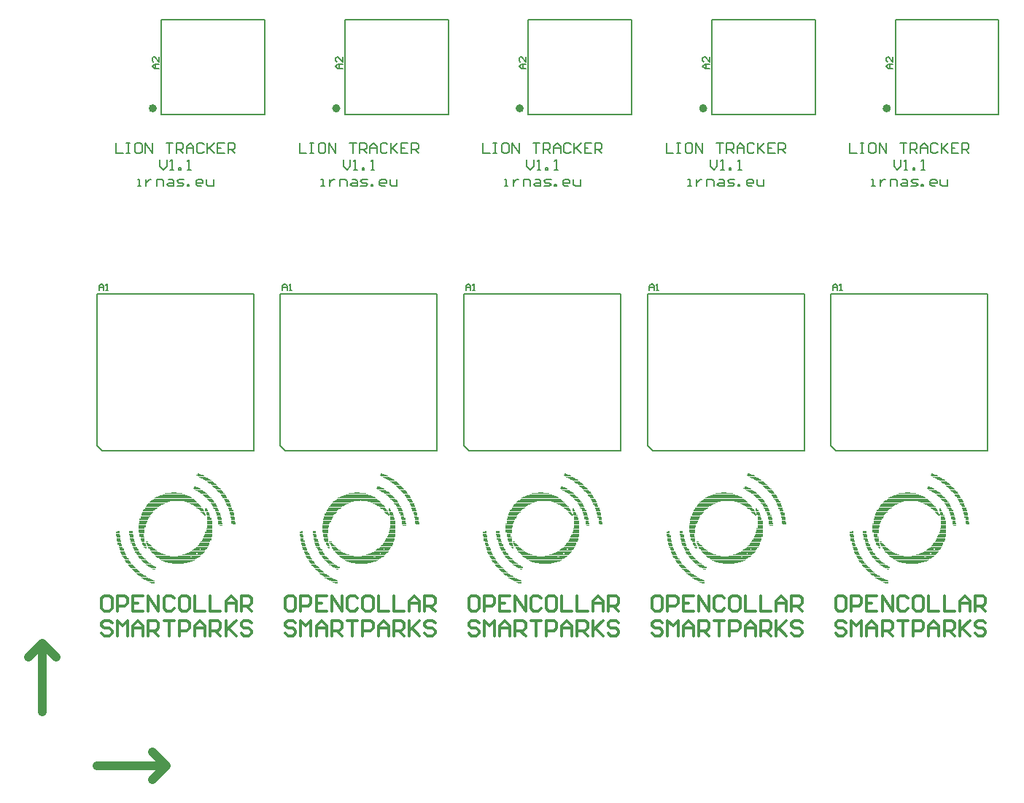
<source format=gto>
G04*
G04 #@! TF.GenerationSoftware,Altium Limited,Altium Designer,19.1.8 (144)*
G04*
G04 Layer_Color=65535*
%FSAX25Y25*%
%MOIN*%
G70*
G01*
G75*
%ADD10C,0.03937*%
%ADD14C,0.00787*%
%ADD16C,0.01181*%
%ADD65C,0.01968*%
%ADD70C,0.00400*%
%ADD71C,0.00402*%
%ADD72C,0.00591*%
D10*
X0145197Y0120669D02*
X0176654D01*
X0170354Y0114370D02*
X0176654Y0120669D01*
X0170354Y0126969D02*
X0176654Y0120669D01*
X0113819Y0170472D02*
X0120118Y0176772D01*
X0126417Y0170472D01*
X0120118Y0145315D02*
Y0176772D01*
D14*
X0144980Y0336378D02*
X0216634D01*
Y0264724D02*
Y0336378D01*
X0144980Y0267087D02*
Y0336378D01*
Y0267087D02*
X0147343Y0264724D01*
X0216634D01*
X0174449Y0418386D02*
Y0461693D01*
Y0418386D02*
X0221693D01*
X0174449Y0461693D02*
X0221693D01*
Y0418386D02*
Y0461693D01*
X0153736Y0405336D02*
Y0400613D01*
X0156884D01*
X0158459Y0405336D02*
X0160033D01*
X0159246D01*
Y0400613D01*
X0158459D01*
X0160033D01*
X0164756Y0405336D02*
X0163181D01*
X0162394Y0404549D01*
Y0401400D01*
X0163181Y0400613D01*
X0164756D01*
X0165543Y0401400D01*
Y0404549D01*
X0164756Y0405336D01*
X0167117Y0400613D02*
Y0405336D01*
X0170266Y0400613D01*
Y0405336D01*
X0176563D02*
X0179711D01*
X0178137D01*
Y0400613D01*
X0181286D02*
Y0405336D01*
X0183647D01*
X0184434Y0404549D01*
Y0402974D01*
X0183647Y0402187D01*
X0181286D01*
X0182860D02*
X0184434Y0400613D01*
X0186009D02*
Y0403762D01*
X0187583Y0405336D01*
X0189157Y0403762D01*
Y0400613D01*
Y0402974D01*
X0186009D01*
X0193880Y0404549D02*
X0193093Y0405336D01*
X0191519D01*
X0190732Y0404549D01*
Y0401400D01*
X0191519Y0400613D01*
X0193093D01*
X0193880Y0401400D01*
X0195455Y0405336D02*
Y0400613D01*
Y0402187D01*
X0198603Y0405336D01*
X0196242Y0402974D01*
X0198603Y0400613D01*
X0203326Y0405336D02*
X0200177D01*
Y0400613D01*
X0203326D01*
X0200177Y0402974D02*
X0201752D01*
X0204900Y0400613D02*
Y0405336D01*
X0207262D01*
X0208049Y0404549D01*
Y0402974D01*
X0207262Y0402187D01*
X0204900D01*
X0206474D02*
X0208049Y0400613D01*
X0173808Y0397779D02*
Y0394630D01*
X0175382Y0393056D01*
X0176956Y0394630D01*
Y0397779D01*
X0178531Y0393056D02*
X0180105D01*
X0179318D01*
Y0397779D01*
X0178531Y0396991D01*
X0182466Y0393056D02*
Y0393843D01*
X0183254D01*
Y0393056D01*
X0182466D01*
X0186402D02*
X0187977D01*
X0187189D01*
Y0397779D01*
X0186402Y0396991D01*
X0163575Y0385499D02*
X0165149D01*
X0164362D01*
Y0388647D01*
X0163575D01*
X0167511D02*
Y0385499D01*
Y0387073D01*
X0168298Y0387860D01*
X0169085Y0388647D01*
X0169872D01*
X0172234Y0385499D02*
Y0388647D01*
X0174595D01*
X0175382Y0387860D01*
Y0385499D01*
X0177744Y0388647D02*
X0179318D01*
X0180105Y0387860D01*
Y0385499D01*
X0177744D01*
X0176956Y0386286D01*
X0177744Y0387073D01*
X0180105D01*
X0181679Y0385499D02*
X0184041D01*
X0184828Y0386286D01*
X0184041Y0387073D01*
X0182466D01*
X0181679Y0387860D01*
X0182466Y0388647D01*
X0184828D01*
X0186402Y0385499D02*
Y0386286D01*
X0187189D01*
Y0385499D01*
X0186402D01*
X0192700D02*
X0191125D01*
X0190338Y0386286D01*
Y0387860D01*
X0191125Y0388647D01*
X0192700D01*
X0193487Y0387860D01*
Y0387073D01*
X0190338D01*
X0195061Y0388647D02*
Y0386286D01*
X0195848Y0385499D01*
X0198210D01*
Y0388647D01*
X0228839Y0336378D02*
X0300492D01*
Y0264724D02*
Y0336378D01*
X0228839Y0267087D02*
Y0336378D01*
Y0267087D02*
X0231201Y0264724D01*
X0300492D01*
X0258307Y0418386D02*
Y0461693D01*
Y0418386D02*
X0305551D01*
X0258307Y0461693D02*
X0305551D01*
Y0418386D02*
Y0461693D01*
X0237594Y0405336D02*
Y0400613D01*
X0240743D01*
X0242317Y0405336D02*
X0243891D01*
X0243104D01*
Y0400613D01*
X0242317D01*
X0243891D01*
X0248614Y0405336D02*
X0247040D01*
X0246253Y0404549D01*
Y0401400D01*
X0247040Y0400613D01*
X0248614D01*
X0249401Y0401400D01*
Y0404549D01*
X0248614Y0405336D01*
X0250975Y0400613D02*
Y0405336D01*
X0254124Y0400613D01*
Y0405336D01*
X0260421D02*
X0263570D01*
X0261996D01*
Y0400613D01*
X0265144D02*
Y0405336D01*
X0267506D01*
X0268293Y0404549D01*
Y0402974D01*
X0267506Y0402187D01*
X0265144D01*
X0266718D02*
X0268293Y0400613D01*
X0269867D02*
Y0403762D01*
X0271441Y0405336D01*
X0273016Y0403762D01*
Y0400613D01*
Y0402974D01*
X0269867D01*
X0277738Y0404549D02*
X0276951Y0405336D01*
X0275377D01*
X0274590Y0404549D01*
Y0401400D01*
X0275377Y0400613D01*
X0276951D01*
X0277738Y0401400D01*
X0279313Y0405336D02*
Y0400613D01*
Y0402187D01*
X0282461Y0405336D01*
X0280100Y0402974D01*
X0282461Y0400613D01*
X0287184Y0405336D02*
X0284036D01*
Y0400613D01*
X0287184D01*
X0284036Y0402974D02*
X0285610D01*
X0288758Y0400613D02*
Y0405336D01*
X0291120D01*
X0291907Y0404549D01*
Y0402974D01*
X0291120Y0402187D01*
X0288758D01*
X0290333D02*
X0291907Y0400613D01*
X0257666Y0397779D02*
Y0394630D01*
X0259241Y0393056D01*
X0260815Y0394630D01*
Y0397779D01*
X0262389Y0393056D02*
X0263963D01*
X0263176D01*
Y0397779D01*
X0262389Y0396991D01*
X0266325Y0393056D02*
Y0393843D01*
X0267112D01*
Y0393056D01*
X0266325D01*
X0270261D02*
X0271835D01*
X0271048D01*
Y0397779D01*
X0270261Y0396991D01*
X0247433Y0385499D02*
X0249008D01*
X0248220D01*
Y0388647D01*
X0247433D01*
X0251369D02*
Y0385499D01*
Y0387073D01*
X0252156Y0387860D01*
X0252943Y0388647D01*
X0253731D01*
X0256092Y0385499D02*
Y0388647D01*
X0258453D01*
X0259241Y0387860D01*
Y0385499D01*
X0261602Y0388647D02*
X0263176D01*
X0263963Y0387860D01*
Y0385499D01*
X0261602D01*
X0260815Y0386286D01*
X0261602Y0387073D01*
X0263963D01*
X0265538Y0385499D02*
X0267899D01*
X0268686Y0386286D01*
X0267899Y0387073D01*
X0266325D01*
X0265538Y0387860D01*
X0266325Y0388647D01*
X0268686D01*
X0270261Y0385499D02*
Y0386286D01*
X0271048D01*
Y0385499D01*
X0270261D01*
X0276558D02*
X0274984D01*
X0274196Y0386286D01*
Y0387860D01*
X0274984Y0388647D01*
X0276558D01*
X0277345Y0387860D01*
Y0387073D01*
X0274196D01*
X0278919Y0388647D02*
Y0386286D01*
X0279706Y0385499D01*
X0282068D01*
Y0388647D01*
X0312697Y0336378D02*
X0384351D01*
Y0264724D02*
Y0336378D01*
X0312697Y0267087D02*
Y0336378D01*
Y0267087D02*
X0315059Y0264724D01*
X0384351D01*
X0342165Y0418386D02*
Y0461693D01*
Y0418386D02*
X0389409D01*
X0342165Y0461693D02*
X0389409D01*
Y0418386D02*
Y0461693D01*
X0321452Y0405336D02*
Y0400613D01*
X0324601D01*
X0326175Y0405336D02*
X0327749D01*
X0326962D01*
Y0400613D01*
X0326175D01*
X0327749D01*
X0332472Y0405336D02*
X0330898D01*
X0330111Y0404549D01*
Y0401400D01*
X0330898Y0400613D01*
X0332472D01*
X0333260Y0401400D01*
Y0404549D01*
X0332472Y0405336D01*
X0334834Y0400613D02*
Y0405336D01*
X0337982Y0400613D01*
Y0405336D01*
X0344280D02*
X0347428D01*
X0345854D01*
Y0400613D01*
X0349002D02*
Y0405336D01*
X0351364D01*
X0352151Y0404549D01*
Y0402974D01*
X0351364Y0402187D01*
X0349002D01*
X0350577D02*
X0352151Y0400613D01*
X0353725D02*
Y0403762D01*
X0355300Y0405336D01*
X0356874Y0403762D01*
Y0400613D01*
Y0402974D01*
X0353725D01*
X0361597Y0404549D02*
X0360810Y0405336D01*
X0359235D01*
X0358448Y0404549D01*
Y0401400D01*
X0359235Y0400613D01*
X0360810D01*
X0361597Y0401400D01*
X0363171Y0405336D02*
Y0400613D01*
Y0402187D01*
X0366320Y0405336D01*
X0363958Y0402974D01*
X0366320Y0400613D01*
X0371042Y0405336D02*
X0367894D01*
Y0400613D01*
X0371042D01*
X0367894Y0402974D02*
X0369468D01*
X0372617Y0400613D02*
Y0405336D01*
X0374978D01*
X0375765Y0404549D01*
Y0402974D01*
X0374978Y0402187D01*
X0372617D01*
X0374191D02*
X0375765Y0400613D01*
X0341525Y0397779D02*
Y0394630D01*
X0343099Y0393056D01*
X0344673Y0394630D01*
Y0397779D01*
X0346247Y0393056D02*
X0347822D01*
X0347035D01*
Y0397779D01*
X0346247Y0396991D01*
X0350183Y0393056D02*
Y0393843D01*
X0350970D01*
Y0393056D01*
X0350183D01*
X0354119D02*
X0355693D01*
X0354906D01*
Y0397779D01*
X0354119Y0396991D01*
X0331292Y0385499D02*
X0332866D01*
X0332079D01*
Y0388647D01*
X0331292D01*
X0335227D02*
Y0385499D01*
Y0387073D01*
X0336015Y0387860D01*
X0336802Y0388647D01*
X0337589D01*
X0339950Y0385499D02*
Y0388647D01*
X0342312D01*
X0343099Y0387860D01*
Y0385499D01*
X0345460Y0388647D02*
X0347035D01*
X0347822Y0387860D01*
Y0385499D01*
X0345460D01*
X0344673Y0386286D01*
X0345460Y0387073D01*
X0347822D01*
X0349396Y0385499D02*
X0351757D01*
X0352545Y0386286D01*
X0351757Y0387073D01*
X0350183D01*
X0349396Y0387860D01*
X0350183Y0388647D01*
X0352545D01*
X0354119Y0385499D02*
Y0386286D01*
X0354906D01*
Y0385499D01*
X0354119D01*
X0360416D02*
X0358842D01*
X0358055Y0386286D01*
Y0387860D01*
X0358842Y0388647D01*
X0360416D01*
X0361203Y0387860D01*
Y0387073D01*
X0358055D01*
X0362777Y0388647D02*
Y0386286D01*
X0363565Y0385499D01*
X0365926D01*
Y0388647D01*
X0396555Y0336378D02*
X0468209D01*
Y0264724D02*
Y0336378D01*
X0396555Y0267087D02*
Y0336378D01*
Y0267087D02*
X0398918Y0264724D01*
X0468209D01*
X0426024Y0418386D02*
Y0461693D01*
Y0418386D02*
X0473268D01*
X0426024Y0461693D02*
X0473268D01*
Y0418386D02*
Y0461693D01*
X0405311Y0405336D02*
Y0400613D01*
X0408459D01*
X0410034Y0405336D02*
X0411608D01*
X0410821D01*
Y0400613D01*
X0410034D01*
X0411608D01*
X0416331Y0405336D02*
X0414756D01*
X0413969Y0404549D01*
Y0401400D01*
X0414756Y0400613D01*
X0416331D01*
X0417118Y0401400D01*
Y0404549D01*
X0416331Y0405336D01*
X0418692Y0400613D02*
Y0405336D01*
X0421841Y0400613D01*
Y0405336D01*
X0428138D02*
X0431286D01*
X0429712D01*
Y0400613D01*
X0432861D02*
Y0405336D01*
X0435222D01*
X0436009Y0404549D01*
Y0402974D01*
X0435222Y0402187D01*
X0432861D01*
X0434435D02*
X0436009Y0400613D01*
X0437584D02*
Y0403762D01*
X0439158Y0405336D01*
X0440732Y0403762D01*
Y0400613D01*
Y0402974D01*
X0437584D01*
X0445455Y0404549D02*
X0444668Y0405336D01*
X0443094D01*
X0442307Y0404549D01*
Y0401400D01*
X0443094Y0400613D01*
X0444668D01*
X0445455Y0401400D01*
X0447029Y0405336D02*
Y0400613D01*
Y0402187D01*
X0450178Y0405336D01*
X0447817Y0402974D01*
X0450178Y0400613D01*
X0454901Y0405336D02*
X0451752D01*
Y0400613D01*
X0454901D01*
X0451752Y0402974D02*
X0453327D01*
X0456475Y0400613D02*
Y0405336D01*
X0458837D01*
X0459624Y0404549D01*
Y0402974D01*
X0458837Y0402187D01*
X0456475D01*
X0458049D02*
X0459624Y0400613D01*
X0425383Y0397779D02*
Y0394630D01*
X0426957Y0393056D01*
X0428531Y0394630D01*
Y0397779D01*
X0430106Y0393056D02*
X0431680D01*
X0430893D01*
Y0397779D01*
X0430106Y0396991D01*
X0434041Y0393056D02*
Y0393843D01*
X0434829D01*
Y0393056D01*
X0434041D01*
X0437977D02*
X0439551D01*
X0438764D01*
Y0397779D01*
X0437977Y0396991D01*
X0415150Y0385499D02*
X0416724D01*
X0415937D01*
Y0388647D01*
X0415150D01*
X0419086D02*
Y0385499D01*
Y0387073D01*
X0419873Y0387860D01*
X0420660Y0388647D01*
X0421447D01*
X0423808Y0385499D02*
Y0388647D01*
X0426170D01*
X0426957Y0387860D01*
Y0385499D01*
X0429319Y0388647D02*
X0430893D01*
X0431680Y0387860D01*
Y0385499D01*
X0429319D01*
X0428531Y0386286D01*
X0429319Y0387073D01*
X0431680D01*
X0433254Y0385499D02*
X0435616D01*
X0436403Y0386286D01*
X0435616Y0387073D01*
X0434041D01*
X0433254Y0387860D01*
X0434041Y0388647D01*
X0436403D01*
X0437977Y0385499D02*
Y0386286D01*
X0438764D01*
Y0385499D01*
X0437977D01*
X0444274D02*
X0442700D01*
X0441913Y0386286D01*
Y0387860D01*
X0442700Y0388647D01*
X0444274D01*
X0445061Y0387860D01*
Y0387073D01*
X0441913D01*
X0446636Y0388647D02*
Y0386286D01*
X0447423Y0385499D01*
X0449784D01*
Y0388647D01*
X0480414Y0336378D02*
X0552067D01*
Y0264724D02*
Y0336378D01*
X0480414Y0267087D02*
Y0336378D01*
Y0267087D02*
X0482776Y0264724D01*
X0552067D01*
X0509882Y0418386D02*
Y0461693D01*
Y0418386D02*
X0557126D01*
X0509882Y0461693D02*
X0557126D01*
Y0418386D02*
Y0461693D01*
X0489169Y0405336D02*
Y0400613D01*
X0492317D01*
X0493892Y0405336D02*
X0495466D01*
X0494679D01*
Y0400613D01*
X0493892D01*
X0495466D01*
X0500189Y0405336D02*
X0498615D01*
X0497827Y0404549D01*
Y0401400D01*
X0498615Y0400613D01*
X0500189D01*
X0500976Y0401400D01*
Y0404549D01*
X0500189Y0405336D01*
X0502550Y0400613D02*
Y0405336D01*
X0505699Y0400613D01*
Y0405336D01*
X0511996D02*
X0515145D01*
X0513570D01*
Y0400613D01*
X0516719D02*
Y0405336D01*
X0519080D01*
X0519868Y0404549D01*
Y0402974D01*
X0519080Y0402187D01*
X0516719D01*
X0518293D02*
X0519868Y0400613D01*
X0521442D02*
Y0403762D01*
X0523016Y0405336D01*
X0524590Y0403762D01*
Y0400613D01*
Y0402974D01*
X0521442D01*
X0529313Y0404549D02*
X0528526Y0405336D01*
X0526952D01*
X0526165Y0404549D01*
Y0401400D01*
X0526952Y0400613D01*
X0528526D01*
X0529313Y0401400D01*
X0530888Y0405336D02*
Y0400613D01*
Y0402187D01*
X0534036Y0405336D01*
X0531675Y0402974D01*
X0534036Y0400613D01*
X0538759Y0405336D02*
X0535610D01*
Y0400613D01*
X0538759D01*
X0535610Y0402974D02*
X0537185D01*
X0540333Y0400613D02*
Y0405336D01*
X0542695D01*
X0543482Y0404549D01*
Y0402974D01*
X0542695Y0402187D01*
X0540333D01*
X0541908D02*
X0543482Y0400613D01*
X0509241Y0397779D02*
Y0394630D01*
X0510815Y0393056D01*
X0512390Y0394630D01*
Y0397779D01*
X0513964Y0393056D02*
X0515538D01*
X0514751D01*
Y0397779D01*
X0513964Y0396991D01*
X0517900Y0393056D02*
Y0393843D01*
X0518687D01*
Y0393056D01*
X0517900D01*
X0521836D02*
X0523410D01*
X0522623D01*
Y0397779D01*
X0521836Y0396991D01*
X0499008Y0385499D02*
X0500583D01*
X0499795D01*
Y0388647D01*
X0499008D01*
X0502944D02*
Y0385499D01*
Y0387073D01*
X0503731Y0387860D01*
X0504518Y0388647D01*
X0505305D01*
X0507667Y0385499D02*
Y0388647D01*
X0510028D01*
X0510815Y0387860D01*
Y0385499D01*
X0513177Y0388647D02*
X0514751D01*
X0515538Y0387860D01*
Y0385499D01*
X0513177D01*
X0512390Y0386286D01*
X0513177Y0387073D01*
X0515538D01*
X0517113Y0385499D02*
X0519474D01*
X0520261Y0386286D01*
X0519474Y0387073D01*
X0517900D01*
X0517113Y0387860D01*
X0517900Y0388647D01*
X0520261D01*
X0521836Y0385499D02*
Y0386286D01*
X0522623D01*
Y0385499D01*
X0521836D01*
X0528133D02*
X0526558D01*
X0525771Y0386286D01*
Y0387860D01*
X0526558Y0388647D01*
X0528133D01*
X0528920Y0387860D01*
Y0387073D01*
X0525771D01*
X0530494Y0388647D02*
Y0386286D01*
X0531281Y0385499D01*
X0533643D01*
Y0388647D01*
D16*
X0150747Y0198420D02*
X0148386D01*
X0147205Y0197239D01*
Y0192517D01*
X0148386Y0191336D01*
X0150747D01*
X0151928Y0192517D01*
Y0197239D01*
X0150747Y0198420D01*
X0154289Y0191336D02*
Y0198420D01*
X0157831D01*
X0159012Y0197239D01*
Y0194878D01*
X0157831Y0193697D01*
X0154289D01*
X0166096Y0198420D02*
X0161373D01*
Y0191336D01*
X0166096D01*
X0161373Y0194878D02*
X0163735D01*
X0168458Y0191336D02*
Y0198420D01*
X0173181Y0191336D01*
Y0198420D01*
X0180265Y0197239D02*
X0179084Y0198420D01*
X0176723D01*
X0175542Y0197239D01*
Y0192517D01*
X0176723Y0191336D01*
X0179084D01*
X0180265Y0192517D01*
X0186169Y0198420D02*
X0183807D01*
X0182626Y0197239D01*
Y0192517D01*
X0183807Y0191336D01*
X0186169D01*
X0187349Y0192517D01*
Y0197239D01*
X0186169Y0198420D01*
X0189711D02*
Y0191336D01*
X0194434D01*
X0196795Y0198420D02*
Y0191336D01*
X0201518D01*
X0203879D02*
Y0196059D01*
X0206241Y0198420D01*
X0208602Y0196059D01*
Y0191336D01*
Y0194878D01*
X0203879D01*
X0210964Y0191336D02*
Y0198420D01*
X0214506D01*
X0215687Y0197239D01*
Y0194878D01*
X0214506Y0193697D01*
X0210964D01*
X0213325D02*
X0215687Y0191336D01*
X0151928Y0185904D02*
X0150747Y0187084D01*
X0148386D01*
X0147205Y0185904D01*
Y0184723D01*
X0148386Y0183542D01*
X0150747D01*
X0151928Y0182361D01*
Y0181181D01*
X0150747Y0180000D01*
X0148386D01*
X0147205Y0181181D01*
X0154289Y0180000D02*
Y0187084D01*
X0156651Y0184723D01*
X0159012Y0187084D01*
Y0180000D01*
X0161373D02*
Y0184723D01*
X0163735Y0187084D01*
X0166096Y0184723D01*
Y0180000D01*
Y0183542D01*
X0161373D01*
X0168458Y0180000D02*
Y0187084D01*
X0172000D01*
X0173181Y0185904D01*
Y0183542D01*
X0172000Y0182361D01*
X0168458D01*
X0170819D02*
X0173181Y0180000D01*
X0175542Y0187084D02*
X0180265D01*
X0177904D01*
Y0180000D01*
X0182626D02*
Y0187084D01*
X0186169D01*
X0187349Y0185904D01*
Y0183542D01*
X0186169Y0182361D01*
X0182626D01*
X0189711Y0180000D02*
Y0184723D01*
X0192072Y0187084D01*
X0194434Y0184723D01*
Y0180000D01*
Y0183542D01*
X0189711D01*
X0196795Y0180000D02*
Y0187084D01*
X0200337D01*
X0201518Y0185904D01*
Y0183542D01*
X0200337Y0182361D01*
X0196795D01*
X0199156D02*
X0201518Y0180000D01*
X0203879Y0187084D02*
Y0180000D01*
Y0182361D01*
X0208602Y0187084D01*
X0205060Y0183542D01*
X0208602Y0180000D01*
X0215687Y0185904D02*
X0214506Y0187084D01*
X0212144D01*
X0210964Y0185904D01*
Y0184723D01*
X0212144Y0183542D01*
X0214506D01*
X0215687Y0182361D01*
Y0181181D01*
X0214506Y0180000D01*
X0212144D01*
X0210964Y0181181D01*
X0234605Y0198420D02*
X0232244D01*
X0231063Y0197239D01*
Y0192517D01*
X0232244Y0191336D01*
X0234605D01*
X0235786Y0192517D01*
Y0197239D01*
X0234605Y0198420D01*
X0238147Y0191336D02*
Y0198420D01*
X0241690D01*
X0242870Y0197239D01*
Y0194878D01*
X0241690Y0193697D01*
X0238147D01*
X0249955Y0198420D02*
X0245232D01*
Y0191336D01*
X0249955D01*
X0245232Y0194878D02*
X0247593D01*
X0252316Y0191336D02*
Y0198420D01*
X0257039Y0191336D01*
Y0198420D01*
X0264123Y0197239D02*
X0262943Y0198420D01*
X0260581D01*
X0259400Y0197239D01*
Y0192517D01*
X0260581Y0191336D01*
X0262943D01*
X0264123Y0192517D01*
X0270027Y0198420D02*
X0267666D01*
X0266485Y0197239D01*
Y0192517D01*
X0267666Y0191336D01*
X0270027D01*
X0271208Y0192517D01*
Y0197239D01*
X0270027Y0198420D01*
X0273569D02*
Y0191336D01*
X0278292D01*
X0280653Y0198420D02*
Y0191336D01*
X0285376D01*
X0287738D02*
Y0196059D01*
X0290099Y0198420D01*
X0292461Y0196059D01*
Y0191336D01*
Y0194878D01*
X0287738D01*
X0294822Y0191336D02*
Y0198420D01*
X0298364D01*
X0299545Y0197239D01*
Y0194878D01*
X0298364Y0193697D01*
X0294822D01*
X0297183D02*
X0299545Y0191336D01*
X0235786Y0185904D02*
X0234605Y0187084D01*
X0232244D01*
X0231063Y0185904D01*
Y0184723D01*
X0232244Y0183542D01*
X0234605D01*
X0235786Y0182361D01*
Y0181181D01*
X0234605Y0180000D01*
X0232244D01*
X0231063Y0181181D01*
X0238147Y0180000D02*
Y0187084D01*
X0240509Y0184723D01*
X0242870Y0187084D01*
Y0180000D01*
X0245232D02*
Y0184723D01*
X0247593Y0187084D01*
X0249955Y0184723D01*
Y0180000D01*
Y0183542D01*
X0245232D01*
X0252316Y0180000D02*
Y0187084D01*
X0255858D01*
X0257039Y0185904D01*
Y0183542D01*
X0255858Y0182361D01*
X0252316D01*
X0254678D02*
X0257039Y0180000D01*
X0259400Y0187084D02*
X0264123D01*
X0261762D01*
Y0180000D01*
X0266485D02*
Y0187084D01*
X0270027D01*
X0271208Y0185904D01*
Y0183542D01*
X0270027Y0182361D01*
X0266485D01*
X0273569Y0180000D02*
Y0184723D01*
X0275931Y0187084D01*
X0278292Y0184723D01*
Y0180000D01*
Y0183542D01*
X0273569D01*
X0280653Y0180000D02*
Y0187084D01*
X0284195D01*
X0285376Y0185904D01*
Y0183542D01*
X0284195Y0182361D01*
X0280653D01*
X0283015D02*
X0285376Y0180000D01*
X0287738Y0187084D02*
Y0180000D01*
Y0182361D01*
X0292461Y0187084D01*
X0288918Y0183542D01*
X0292461Y0180000D01*
X0299545Y0185904D02*
X0298364Y0187084D01*
X0296003D01*
X0294822Y0185904D01*
Y0184723D01*
X0296003Y0183542D01*
X0298364D01*
X0299545Y0182361D01*
Y0181181D01*
X0298364Y0180000D01*
X0296003D01*
X0294822Y0181181D01*
X0318464Y0198420D02*
X0316102D01*
X0314921Y0197239D01*
Y0192517D01*
X0316102Y0191336D01*
X0318464D01*
X0319644Y0192517D01*
Y0197239D01*
X0318464Y0198420D01*
X0322006Y0191336D02*
Y0198420D01*
X0325548D01*
X0326729Y0197239D01*
Y0194878D01*
X0325548Y0193697D01*
X0322006D01*
X0333813Y0198420D02*
X0329090D01*
Y0191336D01*
X0333813D01*
X0329090Y0194878D02*
X0331452D01*
X0336174Y0191336D02*
Y0198420D01*
X0340897Y0191336D01*
Y0198420D01*
X0347982Y0197239D02*
X0346801Y0198420D01*
X0344439D01*
X0343259Y0197239D01*
Y0192517D01*
X0344439Y0191336D01*
X0346801D01*
X0347982Y0192517D01*
X0353885Y0198420D02*
X0351524D01*
X0350343Y0197239D01*
Y0192517D01*
X0351524Y0191336D01*
X0353885D01*
X0355066Y0192517D01*
Y0197239D01*
X0353885Y0198420D01*
X0357427D02*
Y0191336D01*
X0362150D01*
X0364512Y0198420D02*
Y0191336D01*
X0369235D01*
X0371596D02*
Y0196059D01*
X0373957Y0198420D01*
X0376319Y0196059D01*
Y0191336D01*
Y0194878D01*
X0371596D01*
X0378680Y0191336D02*
Y0198420D01*
X0382223D01*
X0383403Y0197239D01*
Y0194878D01*
X0382223Y0193697D01*
X0378680D01*
X0381042D02*
X0383403Y0191336D01*
X0319644Y0185904D02*
X0318464Y0187084D01*
X0316102D01*
X0314921Y0185904D01*
Y0184723D01*
X0316102Y0183542D01*
X0318464D01*
X0319644Y0182361D01*
Y0181181D01*
X0318464Y0180000D01*
X0316102D01*
X0314921Y0181181D01*
X0322006Y0180000D02*
Y0187084D01*
X0324367Y0184723D01*
X0326729Y0187084D01*
Y0180000D01*
X0329090D02*
Y0184723D01*
X0331452Y0187084D01*
X0333813Y0184723D01*
Y0180000D01*
Y0183542D01*
X0329090D01*
X0336174Y0180000D02*
Y0187084D01*
X0339717D01*
X0340897Y0185904D01*
Y0183542D01*
X0339717Y0182361D01*
X0336174D01*
X0338536D02*
X0340897Y0180000D01*
X0343259Y0187084D02*
X0347982D01*
X0345620D01*
Y0180000D01*
X0350343D02*
Y0187084D01*
X0353885D01*
X0355066Y0185904D01*
Y0183542D01*
X0353885Y0182361D01*
X0350343D01*
X0357427Y0180000D02*
Y0184723D01*
X0359789Y0187084D01*
X0362150Y0184723D01*
Y0180000D01*
Y0183542D01*
X0357427D01*
X0364512Y0180000D02*
Y0187084D01*
X0368054D01*
X0369235Y0185904D01*
Y0183542D01*
X0368054Y0182361D01*
X0364512D01*
X0366873D02*
X0369235Y0180000D01*
X0371596Y0187084D02*
Y0180000D01*
Y0182361D01*
X0376319Y0187084D01*
X0372777Y0183542D01*
X0376319Y0180000D01*
X0383403Y0185904D02*
X0382223Y0187084D01*
X0379861D01*
X0378680Y0185904D01*
Y0184723D01*
X0379861Y0183542D01*
X0382223D01*
X0383403Y0182361D01*
Y0181181D01*
X0382223Y0180000D01*
X0379861D01*
X0378680Y0181181D01*
X0402322Y0198420D02*
X0399960D01*
X0398780Y0197239D01*
Y0192517D01*
X0399960Y0191336D01*
X0402322D01*
X0403503Y0192517D01*
Y0197239D01*
X0402322Y0198420D01*
X0405864Y0191336D02*
Y0198420D01*
X0409406D01*
X0410587Y0197239D01*
Y0194878D01*
X0409406Y0193697D01*
X0405864D01*
X0417671Y0198420D02*
X0412948D01*
Y0191336D01*
X0417671D01*
X0412948Y0194878D02*
X0415310D01*
X0420033Y0191336D02*
Y0198420D01*
X0424756Y0191336D01*
Y0198420D01*
X0431840Y0197239D02*
X0430659Y0198420D01*
X0428298D01*
X0427117Y0197239D01*
Y0192517D01*
X0428298Y0191336D01*
X0430659D01*
X0431840Y0192517D01*
X0437744Y0198420D02*
X0435382D01*
X0434201Y0197239D01*
Y0192517D01*
X0435382Y0191336D01*
X0437744D01*
X0438924Y0192517D01*
Y0197239D01*
X0437744Y0198420D01*
X0441286D02*
Y0191336D01*
X0446008D01*
X0448370Y0198420D02*
Y0191336D01*
X0453093D01*
X0455454D02*
Y0196059D01*
X0457816Y0198420D01*
X0460177Y0196059D01*
Y0191336D01*
Y0194878D01*
X0455454D01*
X0462539Y0191336D02*
Y0198420D01*
X0466081D01*
X0467262Y0197239D01*
Y0194878D01*
X0466081Y0193697D01*
X0462539D01*
X0464900D02*
X0467262Y0191336D01*
X0403503Y0185904D02*
X0402322Y0187084D01*
X0399960D01*
X0398780Y0185904D01*
Y0184723D01*
X0399960Y0183542D01*
X0402322D01*
X0403503Y0182361D01*
Y0181181D01*
X0402322Y0180000D01*
X0399960D01*
X0398780Y0181181D01*
X0405864Y0180000D02*
Y0187084D01*
X0408225Y0184723D01*
X0410587Y0187084D01*
Y0180000D01*
X0412948D02*
Y0184723D01*
X0415310Y0187084D01*
X0417671Y0184723D01*
Y0180000D01*
Y0183542D01*
X0412948D01*
X0420033Y0180000D02*
Y0187084D01*
X0423575D01*
X0424756Y0185904D01*
Y0183542D01*
X0423575Y0182361D01*
X0420033D01*
X0422394D02*
X0424756Y0180000D01*
X0427117Y0187084D02*
X0431840D01*
X0429479D01*
Y0180000D01*
X0434201D02*
Y0187084D01*
X0437744D01*
X0438924Y0185904D01*
Y0183542D01*
X0437744Y0182361D01*
X0434201D01*
X0441286Y0180000D02*
Y0184723D01*
X0443647Y0187084D01*
X0446008Y0184723D01*
Y0180000D01*
Y0183542D01*
X0441286D01*
X0448370Y0180000D02*
Y0187084D01*
X0451912D01*
X0453093Y0185904D01*
Y0183542D01*
X0451912Y0182361D01*
X0448370D01*
X0450731D02*
X0453093Y0180000D01*
X0455454Y0187084D02*
Y0180000D01*
Y0182361D01*
X0460177Y0187084D01*
X0456635Y0183542D01*
X0460177Y0180000D01*
X0467262Y0185904D02*
X0466081Y0187084D01*
X0463719D01*
X0462539Y0185904D01*
Y0184723D01*
X0463719Y0183542D01*
X0466081D01*
X0467262Y0182361D01*
Y0181181D01*
X0466081Y0180000D01*
X0463719D01*
X0462539Y0181181D01*
X0486180Y0198420D02*
X0483819D01*
X0482638Y0197239D01*
Y0192517D01*
X0483819Y0191336D01*
X0486180D01*
X0487361Y0192517D01*
Y0197239D01*
X0486180Y0198420D01*
X0489722Y0191336D02*
Y0198420D01*
X0493264D01*
X0494445Y0197239D01*
Y0194878D01*
X0493264Y0193697D01*
X0489722D01*
X0501530Y0198420D02*
X0496807D01*
Y0191336D01*
X0501530D01*
X0496807Y0194878D02*
X0499168D01*
X0503891Y0191336D02*
Y0198420D01*
X0508614Y0191336D01*
Y0198420D01*
X0515698Y0197239D02*
X0514517Y0198420D01*
X0512156D01*
X0510975Y0197239D01*
Y0192517D01*
X0512156Y0191336D01*
X0514517D01*
X0515698Y0192517D01*
X0521602Y0198420D02*
X0519240D01*
X0518060Y0197239D01*
Y0192517D01*
X0519240Y0191336D01*
X0521602D01*
X0522783Y0192517D01*
Y0197239D01*
X0521602Y0198420D01*
X0525144D02*
Y0191336D01*
X0529867D01*
X0532228Y0198420D02*
Y0191336D01*
X0536951D01*
X0539313D02*
Y0196059D01*
X0541674Y0198420D01*
X0544035Y0196059D01*
Y0191336D01*
Y0194878D01*
X0539313D01*
X0546397Y0191336D02*
Y0198420D01*
X0549939D01*
X0551120Y0197239D01*
Y0194878D01*
X0549939Y0193697D01*
X0546397D01*
X0548758D02*
X0551120Y0191336D01*
X0487361Y0185904D02*
X0486180Y0187084D01*
X0483819D01*
X0482638Y0185904D01*
Y0184723D01*
X0483819Y0183542D01*
X0486180D01*
X0487361Y0182361D01*
Y0181181D01*
X0486180Y0180000D01*
X0483819D01*
X0482638Y0181181D01*
X0489722Y0180000D02*
Y0187084D01*
X0492084Y0184723D01*
X0494445Y0187084D01*
Y0180000D01*
X0496807D02*
Y0184723D01*
X0499168Y0187084D01*
X0501530Y0184723D01*
Y0180000D01*
Y0183542D01*
X0496807D01*
X0503891Y0180000D02*
Y0187084D01*
X0507433D01*
X0508614Y0185904D01*
Y0183542D01*
X0507433Y0182361D01*
X0503891D01*
X0506252D02*
X0508614Y0180000D01*
X0510975Y0187084D02*
X0515698D01*
X0513337D01*
Y0180000D01*
X0518060D02*
Y0187084D01*
X0521602D01*
X0522783Y0185904D01*
Y0183542D01*
X0521602Y0182361D01*
X0518060D01*
X0525144Y0180000D02*
Y0184723D01*
X0527505Y0187084D01*
X0529867Y0184723D01*
Y0180000D01*
Y0183542D01*
X0525144D01*
X0532228Y0180000D02*
Y0187084D01*
X0535770D01*
X0536951Y0185904D01*
Y0183542D01*
X0535770Y0182361D01*
X0532228D01*
X0534590D02*
X0536951Y0180000D01*
X0539313Y0187084D02*
Y0180000D01*
Y0182361D01*
X0544035Y0187084D01*
X0540493Y0183542D01*
X0544035Y0180000D01*
X0551120Y0185904D02*
X0549939Y0187084D01*
X0547578D01*
X0546397Y0185904D01*
Y0184723D01*
X0547578Y0183542D01*
X0549939D01*
X0551120Y0182361D01*
Y0181181D01*
X0549939Y0180000D01*
X0547578D01*
X0546397Y0181181D01*
D65*
X0171392Y0421142D02*
G03*
X0171392Y0421142I-0000880J0000000D01*
G01*
X0255251D02*
G03*
X0255251Y0421142I-0000880J0000000D01*
G01*
X0339109D02*
G03*
X0339109Y0421142I-0000880J0000000D01*
G01*
X0422967D02*
G03*
X0422967Y0421142I-0000880J0000000D01*
G01*
X0506825D02*
G03*
X0506825Y0421142I-0000880J0000000D01*
G01*
D70*
X0157702Y0215159D02*
X0159302D01*
X0157702Y0214759D02*
X0159302D01*
X0158102Y0214359D02*
X0159702D01*
X0158102Y0213959D02*
X0160102D01*
X0158502Y0213559D02*
X0160102D01*
X0158902Y0213159D02*
X0160502D01*
X0154502Y0223159D02*
X0155702D01*
X0154502Y0222759D02*
X0155702D01*
X0154502Y0222359D02*
X0155702D01*
X0154502Y0221959D02*
X0156102D01*
X0154902Y0221559D02*
X0156102D01*
X0154902Y0221159D02*
X0156102D01*
X0154902Y0220759D02*
X0156502D01*
X0155302Y0220359D02*
X0156502D01*
X0155302Y0219959D02*
X0156902D01*
X0155302Y0219559D02*
X0156902D01*
X0155702Y0219159D02*
X0156902D01*
X0155702Y0218759D02*
X0157302D01*
X0155702Y0218359D02*
X0157302D01*
X0156102Y0217959D02*
X0157702D01*
X0156102Y0217559D02*
X0157702D01*
X0156502Y0217159D02*
X0158102D01*
X0156502Y0216759D02*
X0158102D01*
X0156902Y0216359D02*
X0158502D01*
X0156902Y0215959D02*
X0158502D01*
X0154502Y0227959D02*
X0154902D01*
X0153702Y0227559D02*
X0154902D01*
X0153702Y0227159D02*
X0154902D01*
X0153702Y0226759D02*
X0154902D01*
X0153702Y0226359D02*
X0154902D01*
X0153702Y0225959D02*
X0155302D01*
X0154102Y0225559D02*
X0155302D01*
X0154102Y0225159D02*
X0155302D01*
X0154102Y0224759D02*
X0155302D01*
X0154102Y0224359D02*
X0155302D01*
X0154102Y0223959D02*
X0155302D01*
X0164902Y0207159D02*
X0167302D01*
X0165302Y0206759D02*
X0168102D01*
X0164902Y0215159D02*
X0166902D01*
X0165302Y0214759D02*
X0167302D01*
X0165702Y0214359D02*
X0167702D01*
X0166102Y0213959D02*
X0168102D01*
X0166502Y0213559D02*
X0168502D01*
X0161302Y0210359D02*
X0163302D01*
X0161702Y0209959D02*
X0163702D01*
X0162102Y0209559D02*
X0164102D01*
X0162502Y0209159D02*
X0164502D01*
X0162902Y0208759D02*
X0164902D01*
X0163302Y0208359D02*
X0165702D01*
X0163702Y0207959D02*
X0166102D01*
X0165302Y0223159D02*
X0166502D01*
X0167302D02*
X0168102D01*
X0165702Y0222759D02*
X0166502D01*
X0167302D02*
X0168102D01*
X0165702Y0222359D02*
X0166902D01*
X0167702D02*
X0168502D01*
X0165702Y0221959D02*
X0166902D01*
X0166102Y0221559D02*
X0166902D01*
X0161302Y0221159D02*
X0162502D01*
X0166502D02*
X0167302D01*
X0161302Y0220759D02*
X0162902D01*
X0166502D02*
X0167302D01*
X0161702Y0220359D02*
X0162902D01*
X0166902D02*
X0167302D01*
X0161702Y0219959D02*
X0163302D01*
X0162102Y0219559D02*
X0163702D01*
X0162102Y0219159D02*
X0163702D01*
X0162502Y0218759D02*
X0164102D01*
X0162502Y0218359D02*
X0164102D01*
X0162902Y0217959D02*
X0164502D01*
X0162902Y0217559D02*
X0164902D01*
X0163302Y0217159D02*
X0164902D01*
X0163702Y0216759D02*
X0165302D01*
X0164102Y0216359D02*
X0165702D01*
X0164102Y0215959D02*
X0166102D01*
X0164102Y0231159D02*
X0166902D01*
X0164102Y0230759D02*
X0166902D01*
X0164102Y0230359D02*
X0166902D01*
X0164102Y0229959D02*
X0166902D01*
X0164102Y0229559D02*
X0166502D01*
X0164102Y0229159D02*
X0166502D01*
X0164102Y0228759D02*
X0166502D01*
X0164102Y0228359D02*
X0166502D01*
X0164102Y0227959D02*
X0166502D01*
X0164102Y0227559D02*
X0166502D01*
X0164502Y0227159D02*
X0166502D01*
X0164502Y0226759D02*
X0166102D01*
X0164502Y0226359D02*
X0166102D01*
X0164502Y0225959D02*
X0166102D01*
X0164502Y0225559D02*
X0166102D01*
X0164902Y0225159D02*
X0166502D01*
X0164902Y0224759D02*
X0166502D01*
X0164902Y0224359D02*
X0166502D01*
X0164902Y0223959D02*
X0166502D01*
X0164902Y0234359D02*
X0168502D01*
X0164902Y0233959D02*
X0168502D01*
X0164502Y0233559D02*
X0168102D01*
X0164502Y0233159D02*
X0168102D01*
X0164502Y0232759D02*
X0167702D01*
X0164502Y0232359D02*
X0167702D01*
X0164502Y0231959D02*
X0167302D01*
X0169702Y0204359D02*
X0170902D01*
X0169702Y0211159D02*
X0171702D01*
X0170502Y0210759D02*
X0171302D01*
X0169302Y0219559D02*
X0171302D01*
X0169302Y0219159D02*
X0172102D01*
X0169702Y0218759D02*
X0172502D01*
X0170102Y0218359D02*
X0173302D01*
X0170502Y0217959D02*
X0174102D01*
X0170902Y0217559D02*
X0174902D01*
X0171302Y0217159D02*
X0176102D01*
X0179302Y0213159D02*
X0184502D01*
X0189302Y0219959D02*
X0191702D01*
X0188902Y0219559D02*
X0191702D01*
X0186102Y0217959D02*
X0190102D01*
X0185302Y0217559D02*
X0190102D01*
X0188102Y0216759D02*
X0192102D01*
X0188502Y0216359D02*
X0191702D01*
X0188102Y0215959D02*
X0190902D01*
X0190102Y0239159D02*
X0192502D01*
X0190502Y0238759D02*
X0192502D01*
X0189302Y0247159D02*
X0192102D01*
X0186102Y0241159D02*
X0190502D01*
X0187302Y0240759D02*
X0190902D01*
X0188102Y0240359D02*
X0191302D01*
X0188902Y0239959D02*
X0191702D01*
X0190902Y0254359D02*
X0191302D01*
X0190902Y0253959D02*
X0192102D01*
X0189302Y0248359D02*
X0190102D01*
X0189302Y0247959D02*
X0190902D01*
X0195302Y0231159D02*
X0197302D01*
X0195302Y0230759D02*
X0197302D01*
X0195302Y0230359D02*
X0197302D01*
X0195302Y0229959D02*
X0197302D01*
X0195302Y0229559D02*
X0197302D01*
X0194902Y0229159D02*
X0197302D01*
X0194902Y0228759D02*
X0197302D01*
X0194902Y0228359D02*
X0197302D01*
X0194902Y0227959D02*
X0197302D01*
X0194502Y0227559D02*
X0197302D01*
X0194502Y0227159D02*
X0197302D01*
X0194502Y0226759D02*
X0197302D01*
X0194102Y0226359D02*
X0197302D01*
X0194102Y0225959D02*
X0197302D01*
X0193702Y0225559D02*
X0197302D01*
X0193702Y0225159D02*
X0196902D01*
X0193302Y0224759D02*
X0196902D01*
X0193302Y0224359D02*
X0196902D01*
X0198102Y0239159D02*
X0199702D01*
X0198102Y0238759D02*
X0199702D01*
X0194502Y0238359D02*
X0194902D01*
X0198502D02*
X0200102D01*
X0194502Y0237959D02*
X0194902D01*
X0198902D02*
X0200102D01*
X0194502Y0237559D02*
X0195302D01*
X0198902D02*
X0200502D01*
X0194502Y0237159D02*
X0195302D01*
X0198902D02*
X0200502D01*
X0194902Y0236759D02*
X0195702D01*
X0199302D02*
X0200502D01*
X0194902Y0236359D02*
X0196102D01*
X0193302Y0235959D02*
X0194102D01*
X0194902D02*
X0196102D01*
X0193702Y0235559D02*
X0194502D01*
X0194902D02*
X0196102D01*
X0194102Y0235159D02*
X0194502D01*
X0195302D02*
X0196502D01*
X0195302Y0234759D02*
X0196502D01*
X0195302Y0234359D02*
X0196502D01*
X0195302Y0233959D02*
X0196902D01*
X0195302Y0233559D02*
X0196902D01*
X0195302Y0233159D02*
X0196902D01*
X0195302Y0232759D02*
X0197302D01*
X0195302Y0232359D02*
X0197302D01*
X0195302Y0231959D02*
X0197302D01*
X0193302Y0244759D02*
X0195302D01*
X0193702Y0244359D02*
X0195702D01*
X0194102Y0243959D02*
X0196102D01*
X0194502Y0243559D02*
X0196502D01*
X0194902Y0243159D02*
X0196902D01*
X0195302Y0242759D02*
X0197302D01*
X0195702Y0242359D02*
X0197702D01*
X0196102Y0241959D02*
X0198102D01*
X0196502Y0241559D02*
X0198102D01*
X0196902Y0241159D02*
X0198502D01*
X0196902Y0240759D02*
X0198902D01*
X0197302Y0240359D02*
X0198902D01*
X0197702Y0239959D02*
X0199302D01*
X0193302Y0251959D02*
X0195702D01*
X0193702Y0251559D02*
X0196502D01*
X0194502Y0251159D02*
X0196902D01*
X0195302Y0250759D02*
X0197702D01*
X0195702Y0250359D02*
X0198102D01*
X0196102Y0249959D02*
X0198502D01*
X0196902Y0249559D02*
X0198902D01*
X0197302Y0249159D02*
X0199302D01*
X0197702Y0248759D02*
X0199702D01*
X0198102Y0248359D02*
X0200102D01*
X0198502Y0247959D02*
X0200502D01*
X0206902Y0231159D02*
X0208102D01*
X0204902Y0239159D02*
X0206102D01*
X0204902Y0238759D02*
X0206502D01*
X0204902Y0238359D02*
X0206502D01*
X0205302Y0237959D02*
X0206502D01*
X0205302Y0237559D02*
X0206902D01*
X0205302Y0237159D02*
X0206902D01*
X0205702Y0236759D02*
X0206902D01*
X0205702Y0236359D02*
X0207302D01*
X0205702Y0235959D02*
X0207302D01*
X0206102Y0235559D02*
X0207302D01*
X0206102Y0235159D02*
X0207302D01*
X0206102Y0234759D02*
X0207302D01*
X0206102Y0234359D02*
X0207702D01*
X0206502Y0233959D02*
X0207702D01*
X0206502Y0233559D02*
X0207702D01*
X0206502Y0233159D02*
X0207702D01*
X0206502Y0232759D02*
X0207702D01*
X0206502Y0232359D02*
X0207702D01*
X0206502Y0231959D02*
X0208102D01*
X0201302Y0245159D02*
X0202902D01*
X0201702Y0244759D02*
X0203302D01*
X0201702Y0244359D02*
X0203702D01*
X0202102Y0243959D02*
X0203702D01*
X0202502Y0243559D02*
X0204102D01*
X0202502Y0243159D02*
X0204102D01*
X0202902Y0242759D02*
X0204502D01*
X0203302Y0242359D02*
X0204902D01*
X0203302Y0241959D02*
X0204902D01*
X0203702Y0241559D02*
X0205302D01*
X0203702Y0241159D02*
X0205302D01*
X0204102Y0240759D02*
X0205702D01*
X0204102Y0240359D02*
X0205702D01*
X0204502Y0239959D02*
X0205702D01*
X0157302Y0215559D02*
X0158902D01*
X0154102Y0223559D02*
X0155702D01*
X0164502Y0215559D02*
X0166502D01*
X0164502Y0207559D02*
X0166902D01*
X0164502Y0231559D02*
X0167302D01*
X0165302Y0223559D02*
X0166502D01*
X0188902Y0247559D02*
X0191702D01*
X0189302Y0239559D02*
X0192102D01*
X0197702D02*
X0199302D01*
X0195302Y0231559D02*
X0197302D01*
X0204502Y0239559D02*
X0206102D01*
X0206502Y0231559D02*
X0208102D01*
X0166102Y0206359D02*
X0168902D01*
X0166502Y0205959D02*
X0169702D01*
X0167302Y0205559D02*
X0170502D01*
X0168102Y0205159D02*
X0170902D01*
X0168902Y0204759D02*
X0170902D01*
X0166902Y0213159D02*
X0169302D01*
X0159302Y0212759D02*
X0160902D01*
X0167302D02*
X0169702D01*
X0159302Y0212359D02*
X0161302D01*
X0168102D02*
X0170502D01*
X0159702Y0211959D02*
X0161702D01*
X0168502D02*
X0170902D01*
X0160102Y0211559D02*
X0162102D01*
X0168902D02*
X0171702D01*
X0160502Y0211159D02*
X0162502D01*
X0160902Y0210759D02*
X0162902D01*
X0160502Y0223159D02*
X0162102D01*
X0160502Y0222759D02*
X0162102D01*
X0160902Y0222359D02*
X0162102D01*
X0160902Y0221959D02*
X0162502D01*
X0167702D02*
X0168902D01*
X0160902Y0221559D02*
X0162502D01*
X0168102D02*
X0169302D01*
X0168102Y0221159D02*
X0169702D01*
X0168502Y0220759D02*
X0170102D01*
X0168502Y0220359D02*
X0170502D01*
X0168902Y0219959D02*
X0170902D01*
X0159702Y0227959D02*
X0160902D01*
X0159702Y0227559D02*
X0160902D01*
X0159702Y0227159D02*
X0160902D01*
X0159702Y0226759D02*
X0160902D01*
X0159702Y0226359D02*
X0161302D01*
X0160102Y0225959D02*
X0161302D01*
X0160102Y0225559D02*
X0161302D01*
X0160102Y0225159D02*
X0161302D01*
X0160102Y0224759D02*
X0161302D01*
X0160102Y0224359D02*
X0161702D01*
X0160502Y0223959D02*
X0161702D01*
X0166902Y0238759D02*
X0172502D01*
X0166902Y0238359D02*
X0172102D01*
X0166502Y0237959D02*
X0171302D01*
X0166102Y0237559D02*
X0170902D01*
X0166102Y0237159D02*
X0170502D01*
X0165702Y0236759D02*
X0170502D01*
X0165702Y0236359D02*
X0170102D01*
X0165302Y0235959D02*
X0169702D01*
X0165302Y0235559D02*
X0169302D01*
X0165302Y0235159D02*
X0168902D01*
X0164902Y0234759D02*
X0168902D01*
X0173702Y0215159D02*
X0189702D01*
X0174502Y0214759D02*
X0189302D01*
X0175302Y0214359D02*
X0188502D01*
X0176102Y0213959D02*
X0187302D01*
X0177302Y0213559D02*
X0186102D01*
X0192502Y0223159D02*
X0196502D01*
X0192102Y0222759D02*
X0196102D01*
X0191702Y0222359D02*
X0196102D01*
X0191702Y0221959D02*
X0196102D01*
X0191302Y0221559D02*
X0195702D01*
X0190902Y0221159D02*
X0195702D01*
X0190502Y0220759D02*
X0195302D01*
X0190102Y0220359D02*
X0194902D01*
X0192502Y0219959D02*
X0194902D01*
X0192502Y0219559D02*
X0194502D01*
X0188502Y0219159D02*
X0194102D01*
X0187702Y0218759D02*
X0194102D01*
X0186902Y0218359D02*
X0193702D01*
X0190902Y0217959D02*
X0193302D01*
X0190902Y0217559D02*
X0192902D01*
X0184102Y0217159D02*
X0192502D01*
X0182102Y0216759D02*
X0187702D01*
X0200502Y0231159D02*
X0202102D01*
X0200902Y0230759D02*
X0202102D01*
X0192902Y0223959D02*
X0196902D01*
X0190902Y0238359D02*
X0192902D01*
X0191702Y0237959D02*
X0193302D01*
X0192102Y0237559D02*
X0193302D01*
X0192502Y0237159D02*
X0193702D01*
X0192502Y0236759D02*
X0193702D01*
X0192902Y0236359D02*
X0194102D01*
X0199302D02*
X0200902D01*
X0199702Y0235959D02*
X0200902D01*
X0199702Y0235559D02*
X0200902D01*
X0199702Y0235159D02*
X0201302D01*
X0200102Y0234759D02*
X0201302D01*
X0200102Y0234359D02*
X0201302D01*
X0200102Y0233959D02*
X0201702D01*
X0200102Y0233559D02*
X0201702D01*
X0200502Y0233159D02*
X0201702D01*
X0200502Y0232759D02*
X0201702D01*
X0200502Y0232359D02*
X0201702D01*
X0200502Y0231959D02*
X0201702D01*
X0199302Y0247159D02*
X0201302D01*
X0190102Y0246759D02*
X0192902D01*
X0199702D02*
X0201702D01*
X0190902Y0246359D02*
X0193302D01*
X0200102D02*
X0202102D01*
X0191302Y0245959D02*
X0194102D01*
X0200502D02*
X0202502D01*
X0192102Y0245559D02*
X0194502D01*
X0200902D02*
X0202502D01*
X0176102Y0245159D02*
X0183702D01*
X0192502D02*
X0194902D01*
X0174902Y0244759D02*
X0184902D01*
X0173702Y0244359D02*
X0186102D01*
X0181702Y0241959D02*
X0189702D01*
X0184902Y0241559D02*
X0190102D01*
X0190502Y0253559D02*
X0193302D01*
X0190902Y0253159D02*
X0193702D01*
X0191702Y0252759D02*
X0194502D01*
X0192502Y0252359D02*
X0195302D01*
X0160502Y0223559D02*
X0161702D01*
X0173302Y0215559D02*
X0190502D01*
X0198902Y0247559D02*
X0200902D01*
X0200502Y0231559D02*
X0202102D01*
X0192902Y0223559D02*
X0196502D01*
X0171702Y0216759D02*
X0178102D01*
X0172102Y0216359D02*
X0187302D01*
X0172502Y0215959D02*
X0187702D01*
X0167302Y0239159D02*
X0172902D01*
Y0243959D02*
X0186902D01*
X0172102Y0243559D02*
X0187702D01*
X0171302Y0243159D02*
X0188102D01*
X0169702Y0241959D02*
X0181302D01*
X0169302Y0241559D02*
X0178102D01*
X0168902Y0241159D02*
X0176902D01*
X0168502Y0240759D02*
X0175702D01*
X0168102Y0240359D02*
X0174902D01*
X0167702Y0239959D02*
X0174102D01*
X0167702Y0239559D02*
X0173702D01*
X0170902Y0242759D02*
X0188902D01*
X0170502Y0242359D02*
X0189302D01*
X0241560Y0215159D02*
X0243160D01*
X0241560Y0214759D02*
X0243160D01*
X0241960Y0214359D02*
X0243560D01*
X0241960Y0213959D02*
X0243960D01*
X0242360Y0213559D02*
X0243960D01*
X0242760Y0213159D02*
X0244360D01*
X0238360Y0223159D02*
X0239560D01*
X0238360Y0222759D02*
X0239560D01*
X0238360Y0222359D02*
X0239560D01*
X0238360Y0221959D02*
X0239960D01*
X0238760Y0221559D02*
X0239960D01*
X0238760Y0221159D02*
X0239960D01*
X0238760Y0220759D02*
X0240360D01*
X0239160Y0220359D02*
X0240360D01*
X0239160Y0219959D02*
X0240760D01*
X0239160Y0219559D02*
X0240760D01*
X0239560Y0219159D02*
X0240760D01*
X0239560Y0218759D02*
X0241160D01*
X0239560Y0218359D02*
X0241160D01*
X0239960Y0217959D02*
X0241560D01*
X0239960Y0217559D02*
X0241560D01*
X0240360Y0217159D02*
X0241960D01*
X0240360Y0216759D02*
X0241960D01*
X0240760Y0216359D02*
X0242360D01*
X0240760Y0215959D02*
X0242360D01*
X0238360Y0227959D02*
X0238760D01*
X0237560Y0227559D02*
X0238760D01*
X0237560Y0227159D02*
X0238760D01*
X0237560Y0226759D02*
X0238760D01*
X0237560Y0226359D02*
X0238760D01*
X0237560Y0225959D02*
X0239160D01*
X0237960Y0225559D02*
X0239160D01*
X0237960Y0225159D02*
X0239160D01*
X0237960Y0224759D02*
X0239160D01*
X0237960Y0224359D02*
X0239160D01*
X0237960Y0223959D02*
X0239160D01*
X0248760Y0207159D02*
X0251160D01*
X0249160Y0206759D02*
X0251960D01*
X0248760Y0215159D02*
X0250760D01*
X0249160Y0214759D02*
X0251160D01*
X0249560Y0214359D02*
X0251560D01*
X0249960Y0213959D02*
X0251960D01*
X0250360Y0213559D02*
X0252360D01*
X0245160Y0210359D02*
X0247160D01*
X0245560Y0209959D02*
X0247560D01*
X0245960Y0209559D02*
X0247960D01*
X0246360Y0209159D02*
X0248360D01*
X0246760Y0208759D02*
X0248760D01*
X0247160Y0208359D02*
X0249560D01*
X0247560Y0207959D02*
X0249960D01*
X0249160Y0223159D02*
X0250360D01*
X0251160D02*
X0251960D01*
X0249560Y0222759D02*
X0250360D01*
X0251160D02*
X0251960D01*
X0249560Y0222359D02*
X0250760D01*
X0251560D02*
X0252360D01*
X0249560Y0221959D02*
X0250760D01*
X0249960Y0221559D02*
X0250760D01*
X0245160Y0221159D02*
X0246360D01*
X0250360D02*
X0251160D01*
X0245160Y0220759D02*
X0246760D01*
X0250360D02*
X0251160D01*
X0245560Y0220359D02*
X0246760D01*
X0250760D02*
X0251160D01*
X0245560Y0219959D02*
X0247160D01*
X0245960Y0219559D02*
X0247560D01*
X0245960Y0219159D02*
X0247560D01*
X0246360Y0218759D02*
X0247960D01*
X0246360Y0218359D02*
X0247960D01*
X0246760Y0217959D02*
X0248360D01*
X0246760Y0217559D02*
X0248760D01*
X0247160Y0217159D02*
X0248760D01*
X0247560Y0216759D02*
X0249160D01*
X0247960Y0216359D02*
X0249560D01*
X0247960Y0215959D02*
X0249960D01*
X0247960Y0231159D02*
X0250760D01*
X0247960Y0230759D02*
X0250760D01*
X0247960Y0230359D02*
X0250760D01*
X0247960Y0229959D02*
X0250760D01*
X0247960Y0229559D02*
X0250360D01*
X0247960Y0229159D02*
X0250360D01*
X0247960Y0228759D02*
X0250360D01*
X0247960Y0228359D02*
X0250360D01*
X0247960Y0227959D02*
X0250360D01*
X0247960Y0227559D02*
X0250360D01*
X0248360Y0227159D02*
X0250360D01*
X0248360Y0226759D02*
X0249960D01*
X0248360Y0226359D02*
X0249960D01*
X0248360Y0225959D02*
X0249960D01*
X0248360Y0225559D02*
X0249960D01*
X0248760Y0225159D02*
X0250360D01*
X0248760Y0224759D02*
X0250360D01*
X0248760Y0224359D02*
X0250360D01*
X0248760Y0223959D02*
X0250360D01*
X0248760Y0234359D02*
X0252360D01*
X0248760Y0233959D02*
X0252360D01*
X0248360Y0233559D02*
X0251960D01*
X0248360Y0233159D02*
X0251960D01*
X0248360Y0232759D02*
X0251560D01*
X0248360Y0232359D02*
X0251560D01*
X0248360Y0231959D02*
X0251160D01*
X0253560Y0204359D02*
X0254760D01*
X0253560Y0211159D02*
X0255560D01*
X0254360Y0210759D02*
X0255160D01*
X0253160Y0219559D02*
X0255160D01*
X0253160Y0219159D02*
X0255960D01*
X0253560Y0218759D02*
X0256360D01*
X0253960Y0218359D02*
X0257160D01*
X0254360Y0217959D02*
X0257960D01*
X0254760Y0217559D02*
X0258760D01*
X0255160Y0217159D02*
X0259960D01*
X0263160Y0213159D02*
X0268360D01*
X0273160Y0219959D02*
X0275560D01*
X0272760Y0219559D02*
X0275560D01*
X0269960Y0217959D02*
X0273960D01*
X0269160Y0217559D02*
X0273960D01*
X0271960Y0216759D02*
X0275960D01*
X0272360Y0216359D02*
X0275560D01*
X0271960Y0215959D02*
X0274760D01*
X0273960Y0239159D02*
X0276360D01*
X0274360Y0238759D02*
X0276360D01*
X0273160Y0247159D02*
X0275960D01*
X0269960Y0241159D02*
X0274360D01*
X0271160Y0240759D02*
X0274760D01*
X0271960Y0240359D02*
X0275160D01*
X0272760Y0239959D02*
X0275560D01*
X0274760Y0254359D02*
X0275160D01*
X0274760Y0253959D02*
X0275960D01*
X0273160Y0248359D02*
X0273960D01*
X0273160Y0247959D02*
X0274760D01*
X0279160Y0231159D02*
X0281160D01*
X0279160Y0230759D02*
X0281160D01*
X0279160Y0230359D02*
X0281160D01*
X0279160Y0229959D02*
X0281160D01*
X0279160Y0229559D02*
X0281160D01*
X0278760Y0229159D02*
X0281160D01*
X0278760Y0228759D02*
X0281160D01*
X0278760Y0228359D02*
X0281160D01*
X0278760Y0227959D02*
X0281160D01*
X0278360Y0227559D02*
X0281160D01*
X0278360Y0227159D02*
X0281160D01*
X0278360Y0226759D02*
X0281160D01*
X0277960Y0226359D02*
X0281160D01*
X0277960Y0225959D02*
X0281160D01*
X0277560Y0225559D02*
X0281160D01*
X0277560Y0225159D02*
X0280760D01*
X0277160Y0224759D02*
X0280760D01*
X0277160Y0224359D02*
X0280760D01*
X0281960Y0239159D02*
X0283560D01*
X0281960Y0238759D02*
X0283560D01*
X0278360Y0238359D02*
X0278760D01*
X0282360D02*
X0283960D01*
X0278360Y0237959D02*
X0278760D01*
X0282760D02*
X0283960D01*
X0278360Y0237559D02*
X0279160D01*
X0282760D02*
X0284360D01*
X0278360Y0237159D02*
X0279160D01*
X0282760D02*
X0284360D01*
X0278760Y0236759D02*
X0279560D01*
X0283160D02*
X0284360D01*
X0278760Y0236359D02*
X0279960D01*
X0277160Y0235959D02*
X0277960D01*
X0278760D02*
X0279960D01*
X0277560Y0235559D02*
X0278360D01*
X0278760D02*
X0279960D01*
X0277960Y0235159D02*
X0278360D01*
X0279160D02*
X0280360D01*
X0279160Y0234759D02*
X0280360D01*
X0279160Y0234359D02*
X0280360D01*
X0279160Y0233959D02*
X0280760D01*
X0279160Y0233559D02*
X0280760D01*
X0279160Y0233159D02*
X0280760D01*
X0279160Y0232759D02*
X0281160D01*
X0279160Y0232359D02*
X0281160D01*
X0279160Y0231959D02*
X0281160D01*
X0277160Y0244759D02*
X0279160D01*
X0277560Y0244359D02*
X0279560D01*
X0277960Y0243959D02*
X0279960D01*
X0278360Y0243559D02*
X0280360D01*
X0278760Y0243159D02*
X0280760D01*
X0279160Y0242759D02*
X0281160D01*
X0279560Y0242359D02*
X0281560D01*
X0279960Y0241959D02*
X0281960D01*
X0280360Y0241559D02*
X0281960D01*
X0280760Y0241159D02*
X0282360D01*
X0280760Y0240759D02*
X0282760D01*
X0281160Y0240359D02*
X0282760D01*
X0281560Y0239959D02*
X0283160D01*
X0277160Y0251959D02*
X0279560D01*
X0277560Y0251559D02*
X0280360D01*
X0278360Y0251159D02*
X0280760D01*
X0279160Y0250759D02*
X0281560D01*
X0279560Y0250359D02*
X0281960D01*
X0279960Y0249959D02*
X0282360D01*
X0280760Y0249559D02*
X0282760D01*
X0281160Y0249159D02*
X0283160D01*
X0281560Y0248759D02*
X0283560D01*
X0281960Y0248359D02*
X0283960D01*
X0282360Y0247959D02*
X0284360D01*
X0290760Y0231159D02*
X0291960D01*
X0288760Y0239159D02*
X0289960D01*
X0288760Y0238759D02*
X0290360D01*
X0288760Y0238359D02*
X0290360D01*
X0289160Y0237959D02*
X0290360D01*
X0289160Y0237559D02*
X0290760D01*
X0289160Y0237159D02*
X0290760D01*
X0289560Y0236759D02*
X0290760D01*
X0289560Y0236359D02*
X0291160D01*
X0289560Y0235959D02*
X0291160D01*
X0289960Y0235559D02*
X0291160D01*
X0289960Y0235159D02*
X0291160D01*
X0289960Y0234759D02*
X0291160D01*
X0289960Y0234359D02*
X0291560D01*
X0290360Y0233959D02*
X0291560D01*
X0290360Y0233559D02*
X0291560D01*
X0290360Y0233159D02*
X0291560D01*
X0290360Y0232759D02*
X0291560D01*
X0290360Y0232359D02*
X0291560D01*
X0290360Y0231959D02*
X0291960D01*
X0285160Y0245159D02*
X0286760D01*
X0285560Y0244759D02*
X0287160D01*
X0285560Y0244359D02*
X0287560D01*
X0285960Y0243959D02*
X0287560D01*
X0286360Y0243559D02*
X0287960D01*
X0286360Y0243159D02*
X0287960D01*
X0286760Y0242759D02*
X0288360D01*
X0287160Y0242359D02*
X0288760D01*
X0287160Y0241959D02*
X0288760D01*
X0287560Y0241559D02*
X0289160D01*
X0287560Y0241159D02*
X0289160D01*
X0287960Y0240759D02*
X0289560D01*
X0287960Y0240359D02*
X0289560D01*
X0288360Y0239959D02*
X0289560D01*
X0241160Y0215559D02*
X0242760D01*
X0237960Y0223559D02*
X0239560D01*
X0248360Y0215559D02*
X0250360D01*
X0248360Y0207559D02*
X0250760D01*
X0248360Y0231559D02*
X0251160D01*
X0249160Y0223559D02*
X0250360D01*
X0272760Y0247559D02*
X0275560D01*
X0273160Y0239559D02*
X0275960D01*
X0281560D02*
X0283160D01*
X0279160Y0231559D02*
X0281160D01*
X0288360Y0239559D02*
X0289960D01*
X0290360Y0231559D02*
X0291960D01*
X0249960Y0206359D02*
X0252760D01*
X0250360Y0205959D02*
X0253560D01*
X0251160Y0205559D02*
X0254360D01*
X0251960Y0205159D02*
X0254760D01*
X0252760Y0204759D02*
X0254760D01*
X0250760Y0213159D02*
X0253160D01*
X0243160Y0212759D02*
X0244760D01*
X0251160D02*
X0253560D01*
X0243160Y0212359D02*
X0245160D01*
X0251960D02*
X0254360D01*
X0243560Y0211959D02*
X0245560D01*
X0252360D02*
X0254760D01*
X0243960Y0211559D02*
X0245960D01*
X0252760D02*
X0255560D01*
X0244360Y0211159D02*
X0246360D01*
X0244760Y0210759D02*
X0246760D01*
X0244360Y0223159D02*
X0245960D01*
X0244360Y0222759D02*
X0245960D01*
X0244760Y0222359D02*
X0245960D01*
X0244760Y0221959D02*
X0246360D01*
X0251560D02*
X0252760D01*
X0244760Y0221559D02*
X0246360D01*
X0251960D02*
X0253160D01*
X0251960Y0221159D02*
X0253560D01*
X0252360Y0220759D02*
X0253960D01*
X0252360Y0220359D02*
X0254360D01*
X0252760Y0219959D02*
X0254760D01*
X0243560Y0227959D02*
X0244760D01*
X0243560Y0227559D02*
X0244760D01*
X0243560Y0227159D02*
X0244760D01*
X0243560Y0226759D02*
X0244760D01*
X0243560Y0226359D02*
X0245160D01*
X0243960Y0225959D02*
X0245160D01*
X0243960Y0225559D02*
X0245160D01*
X0243960Y0225159D02*
X0245160D01*
X0243960Y0224759D02*
X0245160D01*
X0243960Y0224359D02*
X0245560D01*
X0244360Y0223959D02*
X0245560D01*
X0250760Y0238759D02*
X0256360D01*
X0250760Y0238359D02*
X0255960D01*
X0250360Y0237959D02*
X0255160D01*
X0249960Y0237559D02*
X0254760D01*
X0249960Y0237159D02*
X0254360D01*
X0249560Y0236759D02*
X0254360D01*
X0249560Y0236359D02*
X0253960D01*
X0249160Y0235959D02*
X0253560D01*
X0249160Y0235559D02*
X0253160D01*
X0249160Y0235159D02*
X0252760D01*
X0248760Y0234759D02*
X0252760D01*
X0257560Y0215159D02*
X0273560D01*
X0258360Y0214759D02*
X0273160D01*
X0259160Y0214359D02*
X0272360D01*
X0259960Y0213959D02*
X0271160D01*
X0261160Y0213559D02*
X0269960D01*
X0276360Y0223159D02*
X0280360D01*
X0275960Y0222759D02*
X0279960D01*
X0275560Y0222359D02*
X0279960D01*
X0275560Y0221959D02*
X0279960D01*
X0275160Y0221559D02*
X0279560D01*
X0274760Y0221159D02*
X0279560D01*
X0274360Y0220759D02*
X0279160D01*
X0273960Y0220359D02*
X0278760D01*
X0276360Y0219959D02*
X0278760D01*
X0276360Y0219559D02*
X0278360D01*
X0272360Y0219159D02*
X0277960D01*
X0271560Y0218759D02*
X0277960D01*
X0270760Y0218359D02*
X0277560D01*
X0274760Y0217959D02*
X0277160D01*
X0274760Y0217559D02*
X0276760D01*
X0267960Y0217159D02*
X0276360D01*
X0265960Y0216759D02*
X0271560D01*
X0284360Y0231159D02*
X0285960D01*
X0284760Y0230759D02*
X0285960D01*
X0276760Y0223959D02*
X0280760D01*
X0274760Y0238359D02*
X0276760D01*
X0275560Y0237959D02*
X0277160D01*
X0275960Y0237559D02*
X0277160D01*
X0276360Y0237159D02*
X0277560D01*
X0276360Y0236759D02*
X0277560D01*
X0276760Y0236359D02*
X0277960D01*
X0283160D02*
X0284760D01*
X0283560Y0235959D02*
X0284760D01*
X0283560Y0235559D02*
X0284760D01*
X0283560Y0235159D02*
X0285160D01*
X0283960Y0234759D02*
X0285160D01*
X0283960Y0234359D02*
X0285160D01*
X0283960Y0233959D02*
X0285560D01*
X0283960Y0233559D02*
X0285560D01*
X0284360Y0233159D02*
X0285560D01*
X0284360Y0232759D02*
X0285560D01*
X0284360Y0232359D02*
X0285560D01*
X0284360Y0231959D02*
X0285560D01*
X0283160Y0247159D02*
X0285160D01*
X0273960Y0246759D02*
X0276760D01*
X0283560D02*
X0285560D01*
X0274760Y0246359D02*
X0277160D01*
X0283960D02*
X0285960D01*
X0275160Y0245959D02*
X0277960D01*
X0284360D02*
X0286360D01*
X0275960Y0245559D02*
X0278360D01*
X0284760D02*
X0286360D01*
X0259960Y0245159D02*
X0267560D01*
X0276360D02*
X0278760D01*
X0258760Y0244759D02*
X0268760D01*
X0257560Y0244359D02*
X0269960D01*
X0265560Y0241959D02*
X0273560D01*
X0268760Y0241559D02*
X0273960D01*
X0274360Y0253559D02*
X0277160D01*
X0274760Y0253159D02*
X0277560D01*
X0275560Y0252759D02*
X0278360D01*
X0276360Y0252359D02*
X0279160D01*
X0244360Y0223559D02*
X0245560D01*
X0257160Y0215559D02*
X0274360D01*
X0282760Y0247559D02*
X0284760D01*
X0284360Y0231559D02*
X0285960D01*
X0276760Y0223559D02*
X0280360D01*
X0255560Y0216759D02*
X0261960D01*
X0255960Y0216359D02*
X0271160D01*
X0256360Y0215959D02*
X0271560D01*
X0251160Y0239159D02*
X0256760D01*
Y0243959D02*
X0270760D01*
X0255960Y0243559D02*
X0271560D01*
X0255160Y0243159D02*
X0271960D01*
X0253560Y0241959D02*
X0265160D01*
X0253160Y0241559D02*
X0261960D01*
X0252760Y0241159D02*
X0260760D01*
X0252360Y0240759D02*
X0259560D01*
X0251960Y0240359D02*
X0258760D01*
X0251560Y0239959D02*
X0257960D01*
X0251560Y0239559D02*
X0257560D01*
X0254760Y0242759D02*
X0272760D01*
X0254360Y0242359D02*
X0273160D01*
X0325418Y0215159D02*
X0327018D01*
X0325418Y0214759D02*
X0327018D01*
X0325818Y0214359D02*
X0327418D01*
X0325818Y0213959D02*
X0327818D01*
X0326218Y0213559D02*
X0327818D01*
X0326618Y0213159D02*
X0328218D01*
X0322218Y0223159D02*
X0323418D01*
X0322218Y0222759D02*
X0323418D01*
X0322218Y0222359D02*
X0323418D01*
X0322218Y0221959D02*
X0323818D01*
X0322618Y0221559D02*
X0323818D01*
X0322618Y0221159D02*
X0323818D01*
X0322618Y0220759D02*
X0324218D01*
X0323018Y0220359D02*
X0324218D01*
X0323018Y0219959D02*
X0324618D01*
X0323018Y0219559D02*
X0324618D01*
X0323418Y0219159D02*
X0324618D01*
X0323418Y0218759D02*
X0325018D01*
X0323418Y0218359D02*
X0325018D01*
X0323818Y0217959D02*
X0325418D01*
X0323818Y0217559D02*
X0325418D01*
X0324218Y0217159D02*
X0325818D01*
X0324218Y0216759D02*
X0325818D01*
X0324618Y0216359D02*
X0326218D01*
X0324618Y0215959D02*
X0326218D01*
X0322218Y0227959D02*
X0322618D01*
X0321418Y0227559D02*
X0322618D01*
X0321418Y0227159D02*
X0322618D01*
X0321418Y0226759D02*
X0322618D01*
X0321418Y0226359D02*
X0322618D01*
X0321418Y0225959D02*
X0323018D01*
X0321818Y0225559D02*
X0323018D01*
X0321818Y0225159D02*
X0323018D01*
X0321818Y0224759D02*
X0323018D01*
X0321818Y0224359D02*
X0323018D01*
X0321818Y0223959D02*
X0323018D01*
X0332618Y0207159D02*
X0335018D01*
X0333018Y0206759D02*
X0335818D01*
X0332618Y0215159D02*
X0334618D01*
X0333018Y0214759D02*
X0335018D01*
X0333418Y0214359D02*
X0335418D01*
X0333818Y0213959D02*
X0335818D01*
X0334218Y0213559D02*
X0336218D01*
X0329018Y0210359D02*
X0331018D01*
X0329418Y0209959D02*
X0331418D01*
X0329818Y0209559D02*
X0331818D01*
X0330218Y0209159D02*
X0332218D01*
X0330618Y0208759D02*
X0332618D01*
X0331018Y0208359D02*
X0333418D01*
X0331418Y0207959D02*
X0333818D01*
X0333018Y0223159D02*
X0334218D01*
X0335018D02*
X0335818D01*
X0333418Y0222759D02*
X0334218D01*
X0335018D02*
X0335818D01*
X0333418Y0222359D02*
X0334618D01*
X0335418D02*
X0336218D01*
X0333418Y0221959D02*
X0334618D01*
X0333818Y0221559D02*
X0334618D01*
X0329018Y0221159D02*
X0330218D01*
X0334218D02*
X0335018D01*
X0329018Y0220759D02*
X0330618D01*
X0334218D02*
X0335018D01*
X0329418Y0220359D02*
X0330618D01*
X0334618D02*
X0335018D01*
X0329418Y0219959D02*
X0331018D01*
X0329818Y0219559D02*
X0331418D01*
X0329818Y0219159D02*
X0331418D01*
X0330218Y0218759D02*
X0331818D01*
X0330218Y0218359D02*
X0331818D01*
X0330618Y0217959D02*
X0332218D01*
X0330618Y0217559D02*
X0332618D01*
X0331018Y0217159D02*
X0332618D01*
X0331418Y0216759D02*
X0333018D01*
X0331818Y0216359D02*
X0333418D01*
X0331818Y0215959D02*
X0333818D01*
X0331818Y0231159D02*
X0334618D01*
X0331818Y0230759D02*
X0334618D01*
X0331818Y0230359D02*
X0334618D01*
X0331818Y0229959D02*
X0334618D01*
X0331818Y0229559D02*
X0334218D01*
X0331818Y0229159D02*
X0334218D01*
X0331818Y0228759D02*
X0334218D01*
X0331818Y0228359D02*
X0334218D01*
X0331818Y0227959D02*
X0334218D01*
X0331818Y0227559D02*
X0334218D01*
X0332218Y0227159D02*
X0334218D01*
X0332218Y0226759D02*
X0333818D01*
X0332218Y0226359D02*
X0333818D01*
X0332218Y0225959D02*
X0333818D01*
X0332218Y0225559D02*
X0333818D01*
X0332618Y0225159D02*
X0334218D01*
X0332618Y0224759D02*
X0334218D01*
X0332618Y0224359D02*
X0334218D01*
X0332618Y0223959D02*
X0334218D01*
X0332618Y0234359D02*
X0336218D01*
X0332618Y0233959D02*
X0336218D01*
X0332218Y0233559D02*
X0335818D01*
X0332218Y0233159D02*
X0335818D01*
X0332218Y0232759D02*
X0335418D01*
X0332218Y0232359D02*
X0335418D01*
X0332218Y0231959D02*
X0335018D01*
X0337418Y0204359D02*
X0338618D01*
X0337418Y0211159D02*
X0339418D01*
X0338218Y0210759D02*
X0339018D01*
X0337018Y0219559D02*
X0339018D01*
X0337018Y0219159D02*
X0339818D01*
X0337418Y0218759D02*
X0340218D01*
X0337818Y0218359D02*
X0341018D01*
X0338218Y0217959D02*
X0341818D01*
X0338618Y0217559D02*
X0342618D01*
X0339018Y0217159D02*
X0343818D01*
X0347018Y0213159D02*
X0352218D01*
X0357018Y0219959D02*
X0359418D01*
X0356618Y0219559D02*
X0359418D01*
X0353818Y0217959D02*
X0357818D01*
X0353018Y0217559D02*
X0357818D01*
X0355818Y0216759D02*
X0359818D01*
X0356218Y0216359D02*
X0359418D01*
X0355818Y0215959D02*
X0358618D01*
X0357818Y0239159D02*
X0360218D01*
X0358218Y0238759D02*
X0360218D01*
X0357018Y0247159D02*
X0359818D01*
X0353818Y0241159D02*
X0358218D01*
X0355018Y0240759D02*
X0358618D01*
X0355818Y0240359D02*
X0359018D01*
X0356618Y0239959D02*
X0359418D01*
X0358618Y0254359D02*
X0359018D01*
X0358618Y0253959D02*
X0359818D01*
X0357018Y0248359D02*
X0357818D01*
X0357018Y0247959D02*
X0358618D01*
X0363018Y0231159D02*
X0365018D01*
X0363018Y0230759D02*
X0365018D01*
X0363018Y0230359D02*
X0365018D01*
X0363018Y0229959D02*
X0365018D01*
X0363018Y0229559D02*
X0365018D01*
X0362618Y0229159D02*
X0365018D01*
X0362618Y0228759D02*
X0365018D01*
X0362618Y0228359D02*
X0365018D01*
X0362618Y0227959D02*
X0365018D01*
X0362218Y0227559D02*
X0365018D01*
X0362218Y0227159D02*
X0365018D01*
X0362218Y0226759D02*
X0365018D01*
X0361818Y0226359D02*
X0365018D01*
X0361818Y0225959D02*
X0365018D01*
X0361418Y0225559D02*
X0365018D01*
X0361418Y0225159D02*
X0364618D01*
X0361018Y0224759D02*
X0364618D01*
X0361018Y0224359D02*
X0364618D01*
X0365818Y0239159D02*
X0367418D01*
X0365818Y0238759D02*
X0367418D01*
X0362218Y0238359D02*
X0362618D01*
X0366218D02*
X0367818D01*
X0362218Y0237959D02*
X0362618D01*
X0366618D02*
X0367818D01*
X0362218Y0237559D02*
X0363018D01*
X0366618D02*
X0368218D01*
X0362218Y0237159D02*
X0363018D01*
X0366618D02*
X0368218D01*
X0362618Y0236759D02*
X0363418D01*
X0367018D02*
X0368218D01*
X0362618Y0236359D02*
X0363818D01*
X0361018Y0235959D02*
X0361818D01*
X0362618D02*
X0363818D01*
X0361418Y0235559D02*
X0362218D01*
X0362618D02*
X0363818D01*
X0361818Y0235159D02*
X0362218D01*
X0363018D02*
X0364218D01*
X0363018Y0234759D02*
X0364218D01*
X0363018Y0234359D02*
X0364218D01*
X0363018Y0233959D02*
X0364618D01*
X0363018Y0233559D02*
X0364618D01*
X0363018Y0233159D02*
X0364618D01*
X0363018Y0232759D02*
X0365018D01*
X0363018Y0232359D02*
X0365018D01*
X0363018Y0231959D02*
X0365018D01*
X0361018Y0244759D02*
X0363018D01*
X0361418Y0244359D02*
X0363418D01*
X0361818Y0243959D02*
X0363818D01*
X0362218Y0243559D02*
X0364218D01*
X0362618Y0243159D02*
X0364618D01*
X0363018Y0242759D02*
X0365018D01*
X0363418Y0242359D02*
X0365418D01*
X0363818Y0241959D02*
X0365818D01*
X0364218Y0241559D02*
X0365818D01*
X0364618Y0241159D02*
X0366218D01*
X0364618Y0240759D02*
X0366618D01*
X0365018Y0240359D02*
X0366618D01*
X0365418Y0239959D02*
X0367018D01*
X0361018Y0251959D02*
X0363418D01*
X0361418Y0251559D02*
X0364218D01*
X0362218Y0251159D02*
X0364618D01*
X0363018Y0250759D02*
X0365418D01*
X0363418Y0250359D02*
X0365818D01*
X0363818Y0249959D02*
X0366218D01*
X0364618Y0249559D02*
X0366618D01*
X0365018Y0249159D02*
X0367018D01*
X0365418Y0248759D02*
X0367418D01*
X0365818Y0248359D02*
X0367818D01*
X0366218Y0247959D02*
X0368218D01*
X0374618Y0231159D02*
X0375818D01*
X0372618Y0239159D02*
X0373818D01*
X0372618Y0238759D02*
X0374218D01*
X0372618Y0238359D02*
X0374218D01*
X0373018Y0237959D02*
X0374218D01*
X0373018Y0237559D02*
X0374618D01*
X0373018Y0237159D02*
X0374618D01*
X0373418Y0236759D02*
X0374618D01*
X0373418Y0236359D02*
X0375018D01*
X0373418Y0235959D02*
X0375018D01*
X0373818Y0235559D02*
X0375018D01*
X0373818Y0235159D02*
X0375018D01*
X0373818Y0234759D02*
X0375018D01*
X0373818Y0234359D02*
X0375418D01*
X0374218Y0233959D02*
X0375418D01*
X0374218Y0233559D02*
X0375418D01*
X0374218Y0233159D02*
X0375418D01*
X0374218Y0232759D02*
X0375418D01*
X0374218Y0232359D02*
X0375418D01*
X0374218Y0231959D02*
X0375818D01*
X0369018Y0245159D02*
X0370618D01*
X0369418Y0244759D02*
X0371018D01*
X0369418Y0244359D02*
X0371418D01*
X0369818Y0243959D02*
X0371418D01*
X0370218Y0243559D02*
X0371818D01*
X0370218Y0243159D02*
X0371818D01*
X0370618Y0242759D02*
X0372218D01*
X0371018Y0242359D02*
X0372618D01*
X0371018Y0241959D02*
X0372618D01*
X0371418Y0241559D02*
X0373018D01*
X0371418Y0241159D02*
X0373018D01*
X0371818Y0240759D02*
X0373418D01*
X0371818Y0240359D02*
X0373418D01*
X0372218Y0239959D02*
X0373418D01*
X0325018Y0215559D02*
X0326618D01*
X0321818Y0223559D02*
X0323418D01*
X0332218Y0215559D02*
X0334218D01*
X0332218Y0207559D02*
X0334618D01*
X0332218Y0231559D02*
X0335018D01*
X0333018Y0223559D02*
X0334218D01*
X0356618Y0247559D02*
X0359418D01*
X0357018Y0239559D02*
X0359818D01*
X0365418D02*
X0367018D01*
X0363018Y0231559D02*
X0365018D01*
X0372218Y0239559D02*
X0373818D01*
X0374218Y0231559D02*
X0375818D01*
X0333818Y0206359D02*
X0336618D01*
X0334218Y0205959D02*
X0337418D01*
X0335018Y0205559D02*
X0338218D01*
X0335818Y0205159D02*
X0338618D01*
X0336618Y0204759D02*
X0338618D01*
X0334618Y0213159D02*
X0337018D01*
X0327018Y0212759D02*
X0328618D01*
X0335018D02*
X0337418D01*
X0327018Y0212359D02*
X0329018D01*
X0335818D02*
X0338218D01*
X0327418Y0211959D02*
X0329418D01*
X0336218D02*
X0338618D01*
X0327818Y0211559D02*
X0329818D01*
X0336618D02*
X0339418D01*
X0328218Y0211159D02*
X0330218D01*
X0328618Y0210759D02*
X0330618D01*
X0328218Y0223159D02*
X0329818D01*
X0328218Y0222759D02*
X0329818D01*
X0328618Y0222359D02*
X0329818D01*
X0328618Y0221959D02*
X0330218D01*
X0335418D02*
X0336618D01*
X0328618Y0221559D02*
X0330218D01*
X0335818D02*
X0337018D01*
X0335818Y0221159D02*
X0337418D01*
X0336218Y0220759D02*
X0337818D01*
X0336218Y0220359D02*
X0338218D01*
X0336618Y0219959D02*
X0338618D01*
X0327418Y0227959D02*
X0328618D01*
X0327418Y0227559D02*
X0328618D01*
X0327418Y0227159D02*
X0328618D01*
X0327418Y0226759D02*
X0328618D01*
X0327418Y0226359D02*
X0329018D01*
X0327818Y0225959D02*
X0329018D01*
X0327818Y0225559D02*
X0329018D01*
X0327818Y0225159D02*
X0329018D01*
X0327818Y0224759D02*
X0329018D01*
X0327818Y0224359D02*
X0329418D01*
X0328218Y0223959D02*
X0329418D01*
X0334618Y0238759D02*
X0340218D01*
X0334618Y0238359D02*
X0339818D01*
X0334218Y0237959D02*
X0339018D01*
X0333818Y0237559D02*
X0338618D01*
X0333818Y0237159D02*
X0338218D01*
X0333418Y0236759D02*
X0338218D01*
X0333418Y0236359D02*
X0337818D01*
X0333018Y0235959D02*
X0337418D01*
X0333018Y0235559D02*
X0337018D01*
X0333018Y0235159D02*
X0336618D01*
X0332618Y0234759D02*
X0336618D01*
X0341418Y0215159D02*
X0357418D01*
X0342218Y0214759D02*
X0357018D01*
X0343018Y0214359D02*
X0356218D01*
X0343818Y0213959D02*
X0355018D01*
X0345018Y0213559D02*
X0353818D01*
X0360218Y0223159D02*
X0364218D01*
X0359818Y0222759D02*
X0363818D01*
X0359418Y0222359D02*
X0363818D01*
X0359418Y0221959D02*
X0363818D01*
X0359018Y0221559D02*
X0363418D01*
X0358618Y0221159D02*
X0363418D01*
X0358218Y0220759D02*
X0363018D01*
X0357818Y0220359D02*
X0362618D01*
X0360218Y0219959D02*
X0362618D01*
X0360218Y0219559D02*
X0362218D01*
X0356218Y0219159D02*
X0361818D01*
X0355418Y0218759D02*
X0361818D01*
X0354618Y0218359D02*
X0361418D01*
X0358618Y0217959D02*
X0361018D01*
X0358618Y0217559D02*
X0360618D01*
X0351818Y0217159D02*
X0360218D01*
X0349818Y0216759D02*
X0355418D01*
X0368218Y0231159D02*
X0369818D01*
X0368618Y0230759D02*
X0369818D01*
X0360618Y0223959D02*
X0364618D01*
X0358618Y0238359D02*
X0360618D01*
X0359418Y0237959D02*
X0361018D01*
X0359818Y0237559D02*
X0361018D01*
X0360218Y0237159D02*
X0361418D01*
X0360218Y0236759D02*
X0361418D01*
X0360618Y0236359D02*
X0361818D01*
X0367018D02*
X0368618D01*
X0367418Y0235959D02*
X0368618D01*
X0367418Y0235559D02*
X0368618D01*
X0367418Y0235159D02*
X0369018D01*
X0367818Y0234759D02*
X0369018D01*
X0367818Y0234359D02*
X0369018D01*
X0367818Y0233959D02*
X0369418D01*
X0367818Y0233559D02*
X0369418D01*
X0368218Y0233159D02*
X0369418D01*
X0368218Y0232759D02*
X0369418D01*
X0368218Y0232359D02*
X0369418D01*
X0368218Y0231959D02*
X0369418D01*
X0367018Y0247159D02*
X0369018D01*
X0357818Y0246759D02*
X0360618D01*
X0367418D02*
X0369418D01*
X0358618Y0246359D02*
X0361018D01*
X0367818D02*
X0369818D01*
X0359018Y0245959D02*
X0361818D01*
X0368218D02*
X0370218D01*
X0359818Y0245559D02*
X0362218D01*
X0368618D02*
X0370218D01*
X0343818Y0245159D02*
X0351418D01*
X0360218D02*
X0362618D01*
X0342618Y0244759D02*
X0352618D01*
X0341418Y0244359D02*
X0353818D01*
X0349418Y0241959D02*
X0357418D01*
X0352618Y0241559D02*
X0357818D01*
X0358218Y0253559D02*
X0361018D01*
X0358618Y0253159D02*
X0361418D01*
X0359418Y0252759D02*
X0362218D01*
X0360218Y0252359D02*
X0363018D01*
X0328218Y0223559D02*
X0329418D01*
X0341018Y0215559D02*
X0358218D01*
X0366618Y0247559D02*
X0368618D01*
X0368218Y0231559D02*
X0369818D01*
X0360618Y0223559D02*
X0364218D01*
X0339418Y0216759D02*
X0345818D01*
X0339818Y0216359D02*
X0355018D01*
X0340218Y0215959D02*
X0355418D01*
X0335018Y0239159D02*
X0340618D01*
Y0243959D02*
X0354618D01*
X0339818Y0243559D02*
X0355418D01*
X0339018Y0243159D02*
X0355818D01*
X0337418Y0241959D02*
X0349018D01*
X0337018Y0241559D02*
X0345818D01*
X0336618Y0241159D02*
X0344618D01*
X0336218Y0240759D02*
X0343418D01*
X0335818Y0240359D02*
X0342618D01*
X0335418Y0239959D02*
X0341818D01*
X0335418Y0239559D02*
X0341418D01*
X0338618Y0242759D02*
X0356618D01*
X0338218Y0242359D02*
X0357018D01*
X0409277Y0215159D02*
X0410877D01*
X0409277Y0214759D02*
X0410877D01*
X0409677Y0214359D02*
X0411277D01*
X0409677Y0213959D02*
X0411677D01*
X0410077Y0213559D02*
X0411677D01*
X0410477Y0213159D02*
X0412077D01*
X0406077Y0223159D02*
X0407277D01*
X0406077Y0222759D02*
X0407277D01*
X0406077Y0222359D02*
X0407277D01*
X0406077Y0221959D02*
X0407677D01*
X0406477Y0221559D02*
X0407677D01*
X0406477Y0221159D02*
X0407677D01*
X0406477Y0220759D02*
X0408077D01*
X0406877Y0220359D02*
X0408077D01*
X0406877Y0219959D02*
X0408477D01*
X0406877Y0219559D02*
X0408477D01*
X0407277Y0219159D02*
X0408477D01*
X0407277Y0218759D02*
X0408877D01*
X0407277Y0218359D02*
X0408877D01*
X0407677Y0217959D02*
X0409277D01*
X0407677Y0217559D02*
X0409277D01*
X0408077Y0217159D02*
X0409677D01*
X0408077Y0216759D02*
X0409677D01*
X0408477Y0216359D02*
X0410077D01*
X0408477Y0215959D02*
X0410077D01*
X0406077Y0227959D02*
X0406477D01*
X0405277Y0227559D02*
X0406477D01*
X0405277Y0227159D02*
X0406477D01*
X0405277Y0226759D02*
X0406477D01*
X0405277Y0226359D02*
X0406477D01*
X0405277Y0225959D02*
X0406877D01*
X0405677Y0225559D02*
X0406877D01*
X0405677Y0225159D02*
X0406877D01*
X0405677Y0224759D02*
X0406877D01*
X0405677Y0224359D02*
X0406877D01*
X0405677Y0223959D02*
X0406877D01*
X0416477Y0207159D02*
X0418877D01*
X0416877Y0206759D02*
X0419677D01*
X0416477Y0215159D02*
X0418477D01*
X0416877Y0214759D02*
X0418877D01*
X0417277Y0214359D02*
X0419277D01*
X0417677Y0213959D02*
X0419677D01*
X0418077Y0213559D02*
X0420077D01*
X0412877Y0210359D02*
X0414877D01*
X0413277Y0209959D02*
X0415277D01*
X0413677Y0209559D02*
X0415677D01*
X0414077Y0209159D02*
X0416077D01*
X0414477Y0208759D02*
X0416477D01*
X0414877Y0208359D02*
X0417277D01*
X0415277Y0207959D02*
X0417677D01*
X0416877Y0223159D02*
X0418077D01*
X0418877D02*
X0419677D01*
X0417277Y0222759D02*
X0418077D01*
X0418877D02*
X0419677D01*
X0417277Y0222359D02*
X0418477D01*
X0419277D02*
X0420077D01*
X0417277Y0221959D02*
X0418477D01*
X0417677Y0221559D02*
X0418477D01*
X0412877Y0221159D02*
X0414077D01*
X0418077D02*
X0418877D01*
X0412877Y0220759D02*
X0414477D01*
X0418077D02*
X0418877D01*
X0413277Y0220359D02*
X0414477D01*
X0418477D02*
X0418877D01*
X0413277Y0219959D02*
X0414877D01*
X0413677Y0219559D02*
X0415277D01*
X0413677Y0219159D02*
X0415277D01*
X0414077Y0218759D02*
X0415677D01*
X0414077Y0218359D02*
X0415677D01*
X0414477Y0217959D02*
X0416077D01*
X0414477Y0217559D02*
X0416477D01*
X0414877Y0217159D02*
X0416477D01*
X0415277Y0216759D02*
X0416877D01*
X0415677Y0216359D02*
X0417277D01*
X0415677Y0215959D02*
X0417677D01*
X0415677Y0231159D02*
X0418477D01*
X0415677Y0230759D02*
X0418477D01*
X0415677Y0230359D02*
X0418477D01*
X0415677Y0229959D02*
X0418477D01*
X0415677Y0229559D02*
X0418077D01*
X0415677Y0229159D02*
X0418077D01*
X0415677Y0228759D02*
X0418077D01*
X0415677Y0228359D02*
X0418077D01*
X0415677Y0227959D02*
X0418077D01*
X0415677Y0227559D02*
X0418077D01*
X0416077Y0227159D02*
X0418077D01*
X0416077Y0226759D02*
X0417677D01*
X0416077Y0226359D02*
X0417677D01*
X0416077Y0225959D02*
X0417677D01*
X0416077Y0225559D02*
X0417677D01*
X0416477Y0225159D02*
X0418077D01*
X0416477Y0224759D02*
X0418077D01*
X0416477Y0224359D02*
X0418077D01*
X0416477Y0223959D02*
X0418077D01*
X0416477Y0234359D02*
X0420077D01*
X0416477Y0233959D02*
X0420077D01*
X0416077Y0233559D02*
X0419677D01*
X0416077Y0233159D02*
X0419677D01*
X0416077Y0232759D02*
X0419277D01*
X0416077Y0232359D02*
X0419277D01*
X0416077Y0231959D02*
X0418877D01*
X0421277Y0204359D02*
X0422477D01*
X0421277Y0211159D02*
X0423277D01*
X0422077Y0210759D02*
X0422877D01*
X0420877Y0219559D02*
X0422877D01*
X0420877Y0219159D02*
X0423677D01*
X0421277Y0218759D02*
X0424077D01*
X0421677Y0218359D02*
X0424877D01*
X0422077Y0217959D02*
X0425677D01*
X0422477Y0217559D02*
X0426477D01*
X0422877Y0217159D02*
X0427677D01*
X0430877Y0213159D02*
X0436077D01*
X0440877Y0219959D02*
X0443277D01*
X0440477Y0219559D02*
X0443277D01*
X0437677Y0217959D02*
X0441677D01*
X0436877Y0217559D02*
X0441677D01*
X0439677Y0216759D02*
X0443677D01*
X0440077Y0216359D02*
X0443277D01*
X0439677Y0215959D02*
X0442477D01*
X0441677Y0239159D02*
X0444077D01*
X0442077Y0238759D02*
X0444077D01*
X0440877Y0247159D02*
X0443677D01*
X0437677Y0241159D02*
X0442077D01*
X0438877Y0240759D02*
X0442477D01*
X0439677Y0240359D02*
X0442877D01*
X0440477Y0239959D02*
X0443277D01*
X0442477Y0254359D02*
X0442877D01*
X0442477Y0253959D02*
X0443677D01*
X0440877Y0248359D02*
X0441677D01*
X0440877Y0247959D02*
X0442477D01*
X0446877Y0231159D02*
X0448877D01*
X0446877Y0230759D02*
X0448877D01*
X0446877Y0230359D02*
X0448877D01*
X0446877Y0229959D02*
X0448877D01*
X0446877Y0229559D02*
X0448877D01*
X0446477Y0229159D02*
X0448877D01*
X0446477Y0228759D02*
X0448877D01*
X0446477Y0228359D02*
X0448877D01*
X0446477Y0227959D02*
X0448877D01*
X0446077Y0227559D02*
X0448877D01*
X0446077Y0227159D02*
X0448877D01*
X0446077Y0226759D02*
X0448877D01*
X0445677Y0226359D02*
X0448877D01*
X0445677Y0225959D02*
X0448877D01*
X0445277Y0225559D02*
X0448877D01*
X0445277Y0225159D02*
X0448477D01*
X0444877Y0224759D02*
X0448477D01*
X0444877Y0224359D02*
X0448477D01*
X0449677Y0239159D02*
X0451277D01*
X0449677Y0238759D02*
X0451277D01*
X0446077Y0238359D02*
X0446477D01*
X0450077D02*
X0451677D01*
X0446077Y0237959D02*
X0446477D01*
X0450477D02*
X0451677D01*
X0446077Y0237559D02*
X0446877D01*
X0450477D02*
X0452077D01*
X0446077Y0237159D02*
X0446877D01*
X0450477D02*
X0452077D01*
X0446477Y0236759D02*
X0447277D01*
X0450877D02*
X0452077D01*
X0446477Y0236359D02*
X0447677D01*
X0444877Y0235959D02*
X0445677D01*
X0446477D02*
X0447677D01*
X0445277Y0235559D02*
X0446077D01*
X0446477D02*
X0447677D01*
X0445677Y0235159D02*
X0446077D01*
X0446877D02*
X0448077D01*
X0446877Y0234759D02*
X0448077D01*
X0446877Y0234359D02*
X0448077D01*
X0446877Y0233959D02*
X0448477D01*
X0446877Y0233559D02*
X0448477D01*
X0446877Y0233159D02*
X0448477D01*
X0446877Y0232759D02*
X0448877D01*
X0446877Y0232359D02*
X0448877D01*
X0446877Y0231959D02*
X0448877D01*
X0444877Y0244759D02*
X0446877D01*
X0445277Y0244359D02*
X0447277D01*
X0445677Y0243959D02*
X0447677D01*
X0446077Y0243559D02*
X0448077D01*
X0446477Y0243159D02*
X0448477D01*
X0446877Y0242759D02*
X0448877D01*
X0447277Y0242359D02*
X0449277D01*
X0447677Y0241959D02*
X0449677D01*
X0448077Y0241559D02*
X0449677D01*
X0448477Y0241159D02*
X0450077D01*
X0448477Y0240759D02*
X0450477D01*
X0448877Y0240359D02*
X0450477D01*
X0449277Y0239959D02*
X0450877D01*
X0444877Y0251959D02*
X0447277D01*
X0445277Y0251559D02*
X0448077D01*
X0446077Y0251159D02*
X0448477D01*
X0446877Y0250759D02*
X0449277D01*
X0447277Y0250359D02*
X0449677D01*
X0447677Y0249959D02*
X0450077D01*
X0448477Y0249559D02*
X0450477D01*
X0448877Y0249159D02*
X0450877D01*
X0449277Y0248759D02*
X0451277D01*
X0449677Y0248359D02*
X0451677D01*
X0450077Y0247959D02*
X0452077D01*
X0458477Y0231159D02*
X0459677D01*
X0456477Y0239159D02*
X0457677D01*
X0456477Y0238759D02*
X0458077D01*
X0456477Y0238359D02*
X0458077D01*
X0456877Y0237959D02*
X0458077D01*
X0456877Y0237559D02*
X0458477D01*
X0456877Y0237159D02*
X0458477D01*
X0457277Y0236759D02*
X0458477D01*
X0457277Y0236359D02*
X0458877D01*
X0457277Y0235959D02*
X0458877D01*
X0457677Y0235559D02*
X0458877D01*
X0457677Y0235159D02*
X0458877D01*
X0457677Y0234759D02*
X0458877D01*
X0457677Y0234359D02*
X0459277D01*
X0458077Y0233959D02*
X0459277D01*
X0458077Y0233559D02*
X0459277D01*
X0458077Y0233159D02*
X0459277D01*
X0458077Y0232759D02*
X0459277D01*
X0458077Y0232359D02*
X0459277D01*
X0458077Y0231959D02*
X0459677D01*
X0452877Y0245159D02*
X0454477D01*
X0453277Y0244759D02*
X0454877D01*
X0453277Y0244359D02*
X0455277D01*
X0453677Y0243959D02*
X0455277D01*
X0454077Y0243559D02*
X0455677D01*
X0454077Y0243159D02*
X0455677D01*
X0454477Y0242759D02*
X0456077D01*
X0454877Y0242359D02*
X0456477D01*
X0454877Y0241959D02*
X0456477D01*
X0455277Y0241559D02*
X0456877D01*
X0455277Y0241159D02*
X0456877D01*
X0455677Y0240759D02*
X0457277D01*
X0455677Y0240359D02*
X0457277D01*
X0456077Y0239959D02*
X0457277D01*
X0408877Y0215559D02*
X0410477D01*
X0405677Y0223559D02*
X0407277D01*
X0416077Y0215559D02*
X0418077D01*
X0416077Y0207559D02*
X0418477D01*
X0416077Y0231559D02*
X0418877D01*
X0416877Y0223559D02*
X0418077D01*
X0440477Y0247559D02*
X0443277D01*
X0440877Y0239559D02*
X0443677D01*
X0449277D02*
X0450877D01*
X0446877Y0231559D02*
X0448877D01*
X0456077Y0239559D02*
X0457677D01*
X0458077Y0231559D02*
X0459677D01*
X0417677Y0206359D02*
X0420477D01*
X0418077Y0205959D02*
X0421277D01*
X0418877Y0205559D02*
X0422077D01*
X0419677Y0205159D02*
X0422477D01*
X0420477Y0204759D02*
X0422477D01*
X0418477Y0213159D02*
X0420877D01*
X0410877Y0212759D02*
X0412477D01*
X0418877D02*
X0421277D01*
X0410877Y0212359D02*
X0412877D01*
X0419677D02*
X0422077D01*
X0411277Y0211959D02*
X0413277D01*
X0420077D02*
X0422477D01*
X0411677Y0211559D02*
X0413677D01*
X0420477D02*
X0423277D01*
X0412077Y0211159D02*
X0414077D01*
X0412477Y0210759D02*
X0414477D01*
X0412077Y0223159D02*
X0413677D01*
X0412077Y0222759D02*
X0413677D01*
X0412477Y0222359D02*
X0413677D01*
X0412477Y0221959D02*
X0414077D01*
X0419277D02*
X0420477D01*
X0412477Y0221559D02*
X0414077D01*
X0419677D02*
X0420877D01*
X0419677Y0221159D02*
X0421277D01*
X0420077Y0220759D02*
X0421677D01*
X0420077Y0220359D02*
X0422077D01*
X0420477Y0219959D02*
X0422477D01*
X0411277Y0227959D02*
X0412477D01*
X0411277Y0227559D02*
X0412477D01*
X0411277Y0227159D02*
X0412477D01*
X0411277Y0226759D02*
X0412477D01*
X0411277Y0226359D02*
X0412877D01*
X0411677Y0225959D02*
X0412877D01*
X0411677Y0225559D02*
X0412877D01*
X0411677Y0225159D02*
X0412877D01*
X0411677Y0224759D02*
X0412877D01*
X0411677Y0224359D02*
X0413277D01*
X0412077Y0223959D02*
X0413277D01*
X0418477Y0238759D02*
X0424077D01*
X0418477Y0238359D02*
X0423677D01*
X0418077Y0237959D02*
X0422877D01*
X0417677Y0237559D02*
X0422477D01*
X0417677Y0237159D02*
X0422077D01*
X0417277Y0236759D02*
X0422077D01*
X0417277Y0236359D02*
X0421677D01*
X0416877Y0235959D02*
X0421277D01*
X0416877Y0235559D02*
X0420877D01*
X0416877Y0235159D02*
X0420477D01*
X0416477Y0234759D02*
X0420477D01*
X0425277Y0215159D02*
X0441277D01*
X0426077Y0214759D02*
X0440877D01*
X0426877Y0214359D02*
X0440077D01*
X0427677Y0213959D02*
X0438877D01*
X0428877Y0213559D02*
X0437677D01*
X0444077Y0223159D02*
X0448077D01*
X0443677Y0222759D02*
X0447677D01*
X0443277Y0222359D02*
X0447677D01*
X0443277Y0221959D02*
X0447677D01*
X0442877Y0221559D02*
X0447277D01*
X0442477Y0221159D02*
X0447277D01*
X0442077Y0220759D02*
X0446877D01*
X0441677Y0220359D02*
X0446477D01*
X0444077Y0219959D02*
X0446477D01*
X0444077Y0219559D02*
X0446077D01*
X0440077Y0219159D02*
X0445677D01*
X0439277Y0218759D02*
X0445677D01*
X0438477Y0218359D02*
X0445277D01*
X0442477Y0217959D02*
X0444877D01*
X0442477Y0217559D02*
X0444477D01*
X0435677Y0217159D02*
X0444077D01*
X0433677Y0216759D02*
X0439277D01*
X0452077Y0231159D02*
X0453677D01*
X0452477Y0230759D02*
X0453677D01*
X0444477Y0223959D02*
X0448477D01*
X0442477Y0238359D02*
X0444477D01*
X0443277Y0237959D02*
X0444877D01*
X0443677Y0237559D02*
X0444877D01*
X0444077Y0237159D02*
X0445277D01*
X0444077Y0236759D02*
X0445277D01*
X0444477Y0236359D02*
X0445677D01*
X0450877D02*
X0452477D01*
X0451277Y0235959D02*
X0452477D01*
X0451277Y0235559D02*
X0452477D01*
X0451277Y0235159D02*
X0452877D01*
X0451677Y0234759D02*
X0452877D01*
X0451677Y0234359D02*
X0452877D01*
X0451677Y0233959D02*
X0453277D01*
X0451677Y0233559D02*
X0453277D01*
X0452077Y0233159D02*
X0453277D01*
X0452077Y0232759D02*
X0453277D01*
X0452077Y0232359D02*
X0453277D01*
X0452077Y0231959D02*
X0453277D01*
X0450877Y0247159D02*
X0452877D01*
X0441677Y0246759D02*
X0444477D01*
X0451277D02*
X0453277D01*
X0442477Y0246359D02*
X0444877D01*
X0451677D02*
X0453677D01*
X0442877Y0245959D02*
X0445677D01*
X0452077D02*
X0454077D01*
X0443677Y0245559D02*
X0446077D01*
X0452477D02*
X0454077D01*
X0427677Y0245159D02*
X0435277D01*
X0444077D02*
X0446477D01*
X0426477Y0244759D02*
X0436477D01*
X0425277Y0244359D02*
X0437677D01*
X0433277Y0241959D02*
X0441277D01*
X0436477Y0241559D02*
X0441677D01*
X0442077Y0253559D02*
X0444877D01*
X0442477Y0253159D02*
X0445277D01*
X0443277Y0252759D02*
X0446077D01*
X0444077Y0252359D02*
X0446877D01*
X0412077Y0223559D02*
X0413277D01*
X0424877Y0215559D02*
X0442077D01*
X0450477Y0247559D02*
X0452477D01*
X0452077Y0231559D02*
X0453677D01*
X0444477Y0223559D02*
X0448077D01*
X0423277Y0216759D02*
X0429677D01*
X0423677Y0216359D02*
X0438877D01*
X0424077Y0215959D02*
X0439277D01*
X0418877Y0239159D02*
X0424477D01*
Y0243959D02*
X0438477D01*
X0423677Y0243559D02*
X0439277D01*
X0422877Y0243159D02*
X0439677D01*
X0421277Y0241959D02*
X0432877D01*
X0420877Y0241559D02*
X0429677D01*
X0420477Y0241159D02*
X0428477D01*
X0420077Y0240759D02*
X0427277D01*
X0419677Y0240359D02*
X0426477D01*
X0419277Y0239959D02*
X0425677D01*
X0419277Y0239559D02*
X0425277D01*
X0422477Y0242759D02*
X0440477D01*
X0422077Y0242359D02*
X0440877D01*
X0493135Y0215159D02*
X0494735D01*
X0493135Y0214759D02*
X0494735D01*
X0493535Y0214359D02*
X0495135D01*
X0493535Y0213959D02*
X0495535D01*
X0493935Y0213559D02*
X0495535D01*
X0494335Y0213159D02*
X0495935D01*
X0489935Y0223159D02*
X0491135D01*
X0489935Y0222759D02*
X0491135D01*
X0489935Y0222359D02*
X0491135D01*
X0489935Y0221959D02*
X0491535D01*
X0490335Y0221559D02*
X0491535D01*
X0490335Y0221159D02*
X0491535D01*
X0490335Y0220759D02*
X0491935D01*
X0490735Y0220359D02*
X0491935D01*
X0490735Y0219959D02*
X0492335D01*
X0490735Y0219559D02*
X0492335D01*
X0491135Y0219159D02*
X0492335D01*
X0491135Y0218759D02*
X0492735D01*
X0491135Y0218359D02*
X0492735D01*
X0491535Y0217959D02*
X0493135D01*
X0491535Y0217559D02*
X0493135D01*
X0491935Y0217159D02*
X0493535D01*
X0491935Y0216759D02*
X0493535D01*
X0492335Y0216359D02*
X0493935D01*
X0492335Y0215959D02*
X0493935D01*
X0489935Y0227959D02*
X0490335D01*
X0489135Y0227559D02*
X0490335D01*
X0489135Y0227159D02*
X0490335D01*
X0489135Y0226759D02*
X0490335D01*
X0489135Y0226359D02*
X0490335D01*
X0489135Y0225959D02*
X0490735D01*
X0489535Y0225559D02*
X0490735D01*
X0489535Y0225159D02*
X0490735D01*
X0489535Y0224759D02*
X0490735D01*
X0489535Y0224359D02*
X0490735D01*
X0489535Y0223959D02*
X0490735D01*
X0500335Y0207159D02*
X0502735D01*
X0500735Y0206759D02*
X0503535D01*
X0500335Y0215159D02*
X0502335D01*
X0500735Y0214759D02*
X0502735D01*
X0501135Y0214359D02*
X0503135D01*
X0501535Y0213959D02*
X0503535D01*
X0501935Y0213559D02*
X0503935D01*
X0496735Y0210359D02*
X0498735D01*
X0497135Y0209959D02*
X0499135D01*
X0497535Y0209559D02*
X0499535D01*
X0497935Y0209159D02*
X0499935D01*
X0498335Y0208759D02*
X0500335D01*
X0498735Y0208359D02*
X0501135D01*
X0499135Y0207959D02*
X0501535D01*
X0500735Y0223159D02*
X0501935D01*
X0502735D02*
X0503535D01*
X0501135Y0222759D02*
X0501935D01*
X0502735D02*
X0503535D01*
X0501135Y0222359D02*
X0502335D01*
X0503135D02*
X0503935D01*
X0501135Y0221959D02*
X0502335D01*
X0501535Y0221559D02*
X0502335D01*
X0496735Y0221159D02*
X0497935D01*
X0501935D02*
X0502735D01*
X0496735Y0220759D02*
X0498335D01*
X0501935D02*
X0502735D01*
X0497135Y0220359D02*
X0498335D01*
X0502335D02*
X0502735D01*
X0497135Y0219959D02*
X0498735D01*
X0497535Y0219559D02*
X0499135D01*
X0497535Y0219159D02*
X0499135D01*
X0497935Y0218759D02*
X0499535D01*
X0497935Y0218359D02*
X0499535D01*
X0498335Y0217959D02*
X0499935D01*
X0498335Y0217559D02*
X0500335D01*
X0498735Y0217159D02*
X0500335D01*
X0499135Y0216759D02*
X0500735D01*
X0499535Y0216359D02*
X0501135D01*
X0499535Y0215959D02*
X0501535D01*
X0499535Y0231159D02*
X0502335D01*
X0499535Y0230759D02*
X0502335D01*
X0499535Y0230359D02*
X0502335D01*
X0499535Y0229959D02*
X0502335D01*
X0499535Y0229559D02*
X0501935D01*
X0499535Y0229159D02*
X0501935D01*
X0499535Y0228759D02*
X0501935D01*
X0499535Y0228359D02*
X0501935D01*
X0499535Y0227959D02*
X0501935D01*
X0499535Y0227559D02*
X0501935D01*
X0499935Y0227159D02*
X0501935D01*
X0499935Y0226759D02*
X0501535D01*
X0499935Y0226359D02*
X0501535D01*
X0499935Y0225959D02*
X0501535D01*
X0499935Y0225559D02*
X0501535D01*
X0500335Y0225159D02*
X0501935D01*
X0500335Y0224759D02*
X0501935D01*
X0500335Y0224359D02*
X0501935D01*
X0500335Y0223959D02*
X0501935D01*
X0500335Y0234359D02*
X0503935D01*
X0500335Y0233959D02*
X0503935D01*
X0499935Y0233559D02*
X0503535D01*
X0499935Y0233159D02*
X0503535D01*
X0499935Y0232759D02*
X0503135D01*
X0499935Y0232359D02*
X0503135D01*
X0499935Y0231959D02*
X0502735D01*
X0505135Y0204359D02*
X0506335D01*
X0505135Y0211159D02*
X0507135D01*
X0505935Y0210759D02*
X0506735D01*
X0504735Y0219559D02*
X0506735D01*
X0504735Y0219159D02*
X0507535D01*
X0505135Y0218759D02*
X0507935D01*
X0505535Y0218359D02*
X0508735D01*
X0505935Y0217959D02*
X0509535D01*
X0506335Y0217559D02*
X0510335D01*
X0506735Y0217159D02*
X0511535D01*
X0514735Y0213159D02*
X0519935D01*
X0524735Y0219959D02*
X0527135D01*
X0524335Y0219559D02*
X0527135D01*
X0521535Y0217959D02*
X0525535D01*
X0520735Y0217559D02*
X0525535D01*
X0523535Y0216759D02*
X0527535D01*
X0523935Y0216359D02*
X0527135D01*
X0523535Y0215959D02*
X0526335D01*
X0525535Y0239159D02*
X0527935D01*
X0525935Y0238759D02*
X0527935D01*
X0524735Y0247159D02*
X0527535D01*
X0521535Y0241159D02*
X0525935D01*
X0522735Y0240759D02*
X0526335D01*
X0523535Y0240359D02*
X0526735D01*
X0524335Y0239959D02*
X0527135D01*
X0526335Y0254359D02*
X0526735D01*
X0526335Y0253959D02*
X0527535D01*
X0524735Y0248359D02*
X0525535D01*
X0524735Y0247959D02*
X0526335D01*
X0530735Y0231159D02*
X0532735D01*
X0530735Y0230759D02*
X0532735D01*
X0530735Y0230359D02*
X0532735D01*
X0530735Y0229959D02*
X0532735D01*
X0530735Y0229559D02*
X0532735D01*
X0530335Y0229159D02*
X0532735D01*
X0530335Y0228759D02*
X0532735D01*
X0530335Y0228359D02*
X0532735D01*
X0530335Y0227959D02*
X0532735D01*
X0529935Y0227559D02*
X0532735D01*
X0529935Y0227159D02*
X0532735D01*
X0529935Y0226759D02*
X0532735D01*
X0529535Y0226359D02*
X0532735D01*
X0529535Y0225959D02*
X0532735D01*
X0529135Y0225559D02*
X0532735D01*
X0529135Y0225159D02*
X0532335D01*
X0528735Y0224759D02*
X0532335D01*
X0528735Y0224359D02*
X0532335D01*
X0533535Y0239159D02*
X0535135D01*
X0533535Y0238759D02*
X0535135D01*
X0529935Y0238359D02*
X0530335D01*
X0533935D02*
X0535535D01*
X0529935Y0237959D02*
X0530335D01*
X0534335D02*
X0535535D01*
X0529935Y0237559D02*
X0530735D01*
X0534335D02*
X0535935D01*
X0529935Y0237159D02*
X0530735D01*
X0534335D02*
X0535935D01*
X0530335Y0236759D02*
X0531135D01*
X0534735D02*
X0535935D01*
X0530335Y0236359D02*
X0531535D01*
X0528735Y0235959D02*
X0529535D01*
X0530335D02*
X0531535D01*
X0529135Y0235559D02*
X0529935D01*
X0530335D02*
X0531535D01*
X0529535Y0235159D02*
X0529935D01*
X0530735D02*
X0531935D01*
X0530735Y0234759D02*
X0531935D01*
X0530735Y0234359D02*
X0531935D01*
X0530735Y0233959D02*
X0532335D01*
X0530735Y0233559D02*
X0532335D01*
X0530735Y0233159D02*
X0532335D01*
X0530735Y0232759D02*
X0532735D01*
X0530735Y0232359D02*
X0532735D01*
X0530735Y0231959D02*
X0532735D01*
X0528735Y0244759D02*
X0530735D01*
X0529135Y0244359D02*
X0531135D01*
X0529535Y0243959D02*
X0531535D01*
X0529935Y0243559D02*
X0531935D01*
X0530335Y0243159D02*
X0532335D01*
X0530735Y0242759D02*
X0532735D01*
X0531135Y0242359D02*
X0533135D01*
X0531535Y0241959D02*
X0533535D01*
X0531935Y0241559D02*
X0533535D01*
X0532335Y0241159D02*
X0533935D01*
X0532335Y0240759D02*
X0534335D01*
X0532735Y0240359D02*
X0534335D01*
X0533135Y0239959D02*
X0534735D01*
X0528735Y0251959D02*
X0531135D01*
X0529135Y0251559D02*
X0531935D01*
X0529935Y0251159D02*
X0532335D01*
X0530735Y0250759D02*
X0533135D01*
X0531135Y0250359D02*
X0533535D01*
X0531535Y0249959D02*
X0533935D01*
X0532335Y0249559D02*
X0534335D01*
X0532735Y0249159D02*
X0534735D01*
X0533135Y0248759D02*
X0535135D01*
X0533535Y0248359D02*
X0535535D01*
X0533935Y0247959D02*
X0535935D01*
X0542335Y0231159D02*
X0543535D01*
X0540335Y0239159D02*
X0541535D01*
X0540335Y0238759D02*
X0541935D01*
X0540335Y0238359D02*
X0541935D01*
X0540735Y0237959D02*
X0541935D01*
X0540735Y0237559D02*
X0542335D01*
X0540735Y0237159D02*
X0542335D01*
X0541135Y0236759D02*
X0542335D01*
X0541135Y0236359D02*
X0542735D01*
X0541135Y0235959D02*
X0542735D01*
X0541535Y0235559D02*
X0542735D01*
X0541535Y0235159D02*
X0542735D01*
X0541535Y0234759D02*
X0542735D01*
X0541535Y0234359D02*
X0543135D01*
X0541935Y0233959D02*
X0543135D01*
X0541935Y0233559D02*
X0543135D01*
X0541935Y0233159D02*
X0543135D01*
X0541935Y0232759D02*
X0543135D01*
X0541935Y0232359D02*
X0543135D01*
X0541935Y0231959D02*
X0543535D01*
X0536735Y0245159D02*
X0538335D01*
X0537135Y0244759D02*
X0538735D01*
X0537135Y0244359D02*
X0539135D01*
X0537535Y0243959D02*
X0539135D01*
X0537935Y0243559D02*
X0539535D01*
X0537935Y0243159D02*
X0539535D01*
X0538335Y0242759D02*
X0539935D01*
X0538735Y0242359D02*
X0540335D01*
X0538735Y0241959D02*
X0540335D01*
X0539135Y0241559D02*
X0540735D01*
X0539135Y0241159D02*
X0540735D01*
X0539535Y0240759D02*
X0541135D01*
X0539535Y0240359D02*
X0541135D01*
X0539935Y0239959D02*
X0541135D01*
X0492735Y0215559D02*
X0494335D01*
X0489535Y0223559D02*
X0491135D01*
X0499935Y0215559D02*
X0501935D01*
X0499935Y0207559D02*
X0502335D01*
X0499935Y0231559D02*
X0502735D01*
X0500735Y0223559D02*
X0501935D01*
X0524335Y0247559D02*
X0527135D01*
X0524735Y0239559D02*
X0527535D01*
X0533135D02*
X0534735D01*
X0530735Y0231559D02*
X0532735D01*
X0539935Y0239559D02*
X0541535D01*
X0541935Y0231559D02*
X0543535D01*
X0501535Y0206359D02*
X0504335D01*
X0501935Y0205959D02*
X0505135D01*
X0502735Y0205559D02*
X0505935D01*
X0503535Y0205159D02*
X0506335D01*
X0504335Y0204759D02*
X0506335D01*
X0502335Y0213159D02*
X0504735D01*
X0494735Y0212759D02*
X0496335D01*
X0502735D02*
X0505135D01*
X0494735Y0212359D02*
X0496735D01*
X0503535D02*
X0505935D01*
X0495135Y0211959D02*
X0497135D01*
X0503935D02*
X0506335D01*
X0495535Y0211559D02*
X0497535D01*
X0504335D02*
X0507135D01*
X0495935Y0211159D02*
X0497935D01*
X0496335Y0210759D02*
X0498335D01*
X0495935Y0223159D02*
X0497535D01*
X0495935Y0222759D02*
X0497535D01*
X0496335Y0222359D02*
X0497535D01*
X0496335Y0221959D02*
X0497935D01*
X0503135D02*
X0504335D01*
X0496335Y0221559D02*
X0497935D01*
X0503535D02*
X0504735D01*
X0503535Y0221159D02*
X0505135D01*
X0503935Y0220759D02*
X0505535D01*
X0503935Y0220359D02*
X0505935D01*
X0504335Y0219959D02*
X0506335D01*
X0495135Y0227959D02*
X0496335D01*
X0495135Y0227559D02*
X0496335D01*
X0495135Y0227159D02*
X0496335D01*
X0495135Y0226759D02*
X0496335D01*
X0495135Y0226359D02*
X0496735D01*
X0495535Y0225959D02*
X0496735D01*
X0495535Y0225559D02*
X0496735D01*
X0495535Y0225159D02*
X0496735D01*
X0495535Y0224759D02*
X0496735D01*
X0495535Y0224359D02*
X0497135D01*
X0495935Y0223959D02*
X0497135D01*
X0502335Y0238759D02*
X0507935D01*
X0502335Y0238359D02*
X0507535D01*
X0501935Y0237959D02*
X0506735D01*
X0501535Y0237559D02*
X0506335D01*
X0501535Y0237159D02*
X0505935D01*
X0501135Y0236759D02*
X0505935D01*
X0501135Y0236359D02*
X0505535D01*
X0500735Y0235959D02*
X0505135D01*
X0500735Y0235559D02*
X0504735D01*
X0500735Y0235159D02*
X0504335D01*
X0500335Y0234759D02*
X0504335D01*
X0509135Y0215159D02*
X0525135D01*
X0509935Y0214759D02*
X0524735D01*
X0510735Y0214359D02*
X0523935D01*
X0511535Y0213959D02*
X0522735D01*
X0512735Y0213559D02*
X0521535D01*
X0527935Y0223159D02*
X0531935D01*
X0527535Y0222759D02*
X0531535D01*
X0527135Y0222359D02*
X0531535D01*
X0527135Y0221959D02*
X0531535D01*
X0526735Y0221559D02*
X0531135D01*
X0526335Y0221159D02*
X0531135D01*
X0525935Y0220759D02*
X0530735D01*
X0525535Y0220359D02*
X0530335D01*
X0527935Y0219959D02*
X0530335D01*
X0527935Y0219559D02*
X0529935D01*
X0523935Y0219159D02*
X0529535D01*
X0523135Y0218759D02*
X0529535D01*
X0522335Y0218359D02*
X0529135D01*
X0526335Y0217959D02*
X0528735D01*
X0526335Y0217559D02*
X0528335D01*
X0519535Y0217159D02*
X0527935D01*
X0517535Y0216759D02*
X0523135D01*
X0535935Y0231159D02*
X0537535D01*
X0536335Y0230759D02*
X0537535D01*
X0528335Y0223959D02*
X0532335D01*
X0526335Y0238359D02*
X0528335D01*
X0527135Y0237959D02*
X0528735D01*
X0527535Y0237559D02*
X0528735D01*
X0527935Y0237159D02*
X0529135D01*
X0527935Y0236759D02*
X0529135D01*
X0528335Y0236359D02*
X0529535D01*
X0534735D02*
X0536335D01*
X0535135Y0235959D02*
X0536335D01*
X0535135Y0235559D02*
X0536335D01*
X0535135Y0235159D02*
X0536735D01*
X0535535Y0234759D02*
X0536735D01*
X0535535Y0234359D02*
X0536735D01*
X0535535Y0233959D02*
X0537135D01*
X0535535Y0233559D02*
X0537135D01*
X0535935Y0233159D02*
X0537135D01*
X0535935Y0232759D02*
X0537135D01*
X0535935Y0232359D02*
X0537135D01*
X0535935Y0231959D02*
X0537135D01*
X0534735Y0247159D02*
X0536735D01*
X0525535Y0246759D02*
X0528335D01*
X0535135D02*
X0537135D01*
X0526335Y0246359D02*
X0528735D01*
X0535535D02*
X0537535D01*
X0526735Y0245959D02*
X0529535D01*
X0535935D02*
X0537935D01*
X0527535Y0245559D02*
X0529935D01*
X0536335D02*
X0537935D01*
X0511535Y0245159D02*
X0519135D01*
X0527935D02*
X0530335D01*
X0510335Y0244759D02*
X0520335D01*
X0509135Y0244359D02*
X0521535D01*
X0517135Y0241959D02*
X0525135D01*
X0520335Y0241559D02*
X0525535D01*
X0525935Y0253559D02*
X0528735D01*
X0526335Y0253159D02*
X0529135D01*
X0527135Y0252759D02*
X0529935D01*
X0527935Y0252359D02*
X0530735D01*
X0495935Y0223559D02*
X0497135D01*
X0508735Y0215559D02*
X0525935D01*
X0534335Y0247559D02*
X0536335D01*
X0535935Y0231559D02*
X0537535D01*
X0528335Y0223559D02*
X0531935D01*
X0507135Y0216759D02*
X0513535D01*
X0507535Y0216359D02*
X0522735D01*
X0507935Y0215959D02*
X0523135D01*
X0502735Y0239159D02*
X0508335D01*
Y0243959D02*
X0522335D01*
X0507535Y0243559D02*
X0523135D01*
X0506735Y0243159D02*
X0523535D01*
X0505135Y0241959D02*
X0516735D01*
X0504735Y0241559D02*
X0513535D01*
X0504335Y0241159D02*
X0512335D01*
X0503935Y0240759D02*
X0511135D01*
X0503535Y0240359D02*
X0510335D01*
X0503135Y0239959D02*
X0509535D01*
X0503135Y0239559D02*
X0509135D01*
X0506335Y0242759D02*
X0524335D01*
X0505935Y0242359D02*
X0524735D01*
D71*
X0178902Y0245559D02*
X0180902D01*
X0262760D02*
X0264760D01*
X0346618D02*
X0348618D01*
X0430477D02*
X0432477D01*
X0514335D02*
X0516335D01*
D72*
X0145925Y0337835D02*
Y0339934D01*
X0146975Y0340983D01*
X0148024Y0339934D01*
Y0337835D01*
Y0339409D01*
X0145925D01*
X0149074Y0337835D02*
X0150124D01*
X0149599D01*
Y0340983D01*
X0149074Y0340458D01*
X0173425Y0439291D02*
X0171326D01*
X0170277Y0440341D01*
X0171326Y0441390D01*
X0173425D01*
X0171851D01*
Y0439291D01*
X0173425Y0444539D02*
Y0442440D01*
X0171326Y0444539D01*
X0170801D01*
X0170277Y0444014D01*
Y0442965D01*
X0170801Y0442440D01*
X0229784Y0337835D02*
Y0339934D01*
X0230833Y0340983D01*
X0231883Y0339934D01*
Y0337835D01*
Y0339409D01*
X0229784D01*
X0232932Y0337835D02*
X0233982D01*
X0233457D01*
Y0340983D01*
X0232932Y0340458D01*
X0257284Y0439291D02*
X0255185D01*
X0254135Y0440341D01*
X0255185Y0441390D01*
X0257284D01*
X0255709D01*
Y0439291D01*
X0257284Y0444539D02*
Y0442440D01*
X0255185Y0444539D01*
X0254660D01*
X0254135Y0444014D01*
Y0442965D01*
X0254660Y0442440D01*
X0313642Y0337835D02*
Y0339934D01*
X0314691Y0340983D01*
X0315741Y0339934D01*
Y0337835D01*
Y0339409D01*
X0313642D01*
X0316791Y0337835D02*
X0317840D01*
X0317315D01*
Y0340983D01*
X0316791Y0340458D01*
X0341142Y0439291D02*
X0339043D01*
X0337993Y0440341D01*
X0339043Y0441390D01*
X0341142D01*
X0339568D01*
Y0439291D01*
X0341142Y0444539D02*
Y0442440D01*
X0339043Y0444539D01*
X0338518D01*
X0337993Y0444014D01*
Y0442965D01*
X0338518Y0442440D01*
X0397500Y0337835D02*
Y0339934D01*
X0398550Y0340983D01*
X0399599Y0339934D01*
Y0337835D01*
Y0339409D01*
X0397500D01*
X0400649Y0337835D02*
X0401698D01*
X0401174D01*
Y0340983D01*
X0400649Y0340458D01*
X0425000Y0439291D02*
X0422901D01*
X0421852Y0440341D01*
X0422901Y0441390D01*
X0425000D01*
X0423426D01*
Y0439291D01*
X0425000Y0444539D02*
Y0442440D01*
X0422901Y0444539D01*
X0422376D01*
X0421852Y0444014D01*
Y0442965D01*
X0422376Y0442440D01*
X0481358Y0337835D02*
Y0339934D01*
X0482408Y0340983D01*
X0483458Y0339934D01*
Y0337835D01*
Y0339409D01*
X0481358D01*
X0484507Y0337835D02*
X0485557D01*
X0485032D01*
Y0340983D01*
X0484507Y0340458D01*
X0508858Y0439291D02*
X0506759D01*
X0505710Y0440341D01*
X0506759Y0441390D01*
X0508858D01*
X0507284D01*
Y0439291D01*
X0508858Y0444539D02*
Y0442440D01*
X0506759Y0444539D01*
X0506235D01*
X0505710Y0444014D01*
Y0442965D01*
X0506235Y0442440D01*
M02*

</source>
